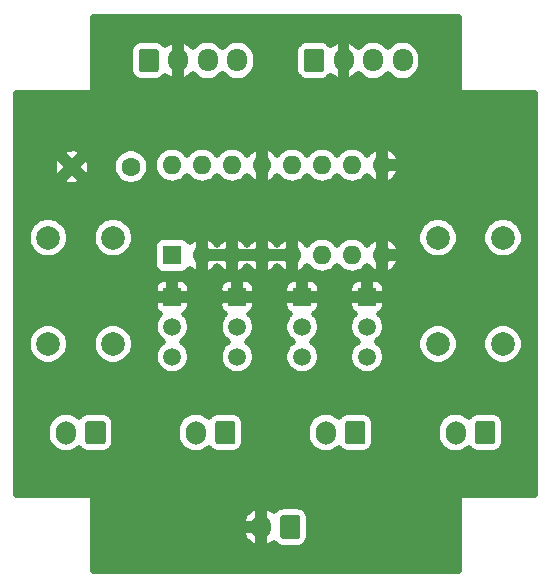
<source format=gbr>
G04 #@! TF.GenerationSoftware,KiCad,Pcbnew,(5.1.4)-1*
G04 #@! TF.CreationDate,2020-08-17T12:13:24+03:00*
G04 #@! TF.ProjectId,4_switch_array,345f7377-6974-4636-985f-61727261792e,rev?*
G04 #@! TF.SameCoordinates,Original*
G04 #@! TF.FileFunction,Copper,L2,Bot*
G04 #@! TF.FilePolarity,Positive*
%FSLAX46Y46*%
G04 Gerber Fmt 4.6, Leading zero omitted, Abs format (unit mm)*
G04 Created by KiCad (PCBNEW (5.1.4)-1) date 2020-08-17 12:13:24*
%MOMM*%
%LPD*%
G04 APERTURE LIST*
%ADD10O,1.600000X1.600000*%
%ADD11R,1.600000X1.600000*%
%ADD12C,0.100000*%
%ADD13C,1.700000*%
%ADD14O,1.700000X2.000000*%
%ADD15C,1.600000*%
%ADD16C,2.000000*%
%ADD17C,1.500000*%
%ADD18R,1.500000X1.500000*%
%ADD19O,1.700000X1.950000*%
%ADD20C,0.500000*%
G04 APERTURE END LIST*
D10*
X138000000Y-46880000D03*
X155780000Y-54500000D03*
X140540000Y-46880000D03*
X153240000Y-54500000D03*
X143080000Y-46880000D03*
X150700000Y-54500000D03*
X145620000Y-46880000D03*
X148160000Y-54500000D03*
X148160000Y-46880000D03*
X145620000Y-54500000D03*
X150700000Y-46880000D03*
X143080000Y-54500000D03*
X153240000Y-46880000D03*
X140540000Y-54500000D03*
X155780000Y-46880000D03*
D11*
X138000000Y-54500000D03*
D12*
G36*
X165124504Y-68501204D02*
G01*
X165148773Y-68504804D01*
X165172571Y-68510765D01*
X165195671Y-68519030D01*
X165217849Y-68529520D01*
X165238893Y-68542133D01*
X165258598Y-68556747D01*
X165276777Y-68573223D01*
X165293253Y-68591402D01*
X165307867Y-68611107D01*
X165320480Y-68632151D01*
X165330970Y-68654329D01*
X165339235Y-68677429D01*
X165345196Y-68701227D01*
X165348796Y-68725496D01*
X165350000Y-68750000D01*
X165350000Y-70250000D01*
X165348796Y-70274504D01*
X165345196Y-70298773D01*
X165339235Y-70322571D01*
X165330970Y-70345671D01*
X165320480Y-70367849D01*
X165307867Y-70388893D01*
X165293253Y-70408598D01*
X165276777Y-70426777D01*
X165258598Y-70443253D01*
X165238893Y-70457867D01*
X165217849Y-70470480D01*
X165195671Y-70480970D01*
X165172571Y-70489235D01*
X165148773Y-70495196D01*
X165124504Y-70498796D01*
X165100000Y-70500000D01*
X163900000Y-70500000D01*
X163875496Y-70498796D01*
X163851227Y-70495196D01*
X163827429Y-70489235D01*
X163804329Y-70480970D01*
X163782151Y-70470480D01*
X163761107Y-70457867D01*
X163741402Y-70443253D01*
X163723223Y-70426777D01*
X163706747Y-70408598D01*
X163692133Y-70388893D01*
X163679520Y-70367849D01*
X163669030Y-70345671D01*
X163660765Y-70322571D01*
X163654804Y-70298773D01*
X163651204Y-70274504D01*
X163650000Y-70250000D01*
X163650000Y-68750000D01*
X163651204Y-68725496D01*
X163654804Y-68701227D01*
X163660765Y-68677429D01*
X163669030Y-68654329D01*
X163679520Y-68632151D01*
X163692133Y-68611107D01*
X163706747Y-68591402D01*
X163723223Y-68573223D01*
X163741402Y-68556747D01*
X163761107Y-68542133D01*
X163782151Y-68529520D01*
X163804329Y-68519030D01*
X163827429Y-68510765D01*
X163851227Y-68504804D01*
X163875496Y-68501204D01*
X163900000Y-68500000D01*
X165100000Y-68500000D01*
X165124504Y-68501204D01*
X165124504Y-68501204D01*
G37*
D13*
X164500000Y-69500000D03*
D14*
X162000000Y-69500000D03*
D15*
X129500000Y-47000000D03*
X134500000Y-47000000D03*
D16*
X127500000Y-53000000D03*
X127500000Y-62000000D03*
X160500000Y-53000000D03*
X160500000Y-62000000D03*
X133000000Y-53000000D03*
X133000000Y-62000000D03*
X166000000Y-53000000D03*
X166000000Y-62000000D03*
D17*
X143500000Y-60540000D03*
X143500000Y-63080000D03*
D18*
X143500000Y-58000000D03*
D17*
X154500000Y-60540000D03*
X154500000Y-63080000D03*
D18*
X154500000Y-58000000D03*
D17*
X138000000Y-60540000D03*
X138000000Y-63080000D03*
D18*
X138000000Y-58000000D03*
D17*
X149000000Y-60540000D03*
X149000000Y-63080000D03*
D18*
X149000000Y-58000000D03*
D14*
X145500000Y-77500000D03*
D12*
G36*
X148624504Y-76501204D02*
G01*
X148648773Y-76504804D01*
X148672571Y-76510765D01*
X148695671Y-76519030D01*
X148717849Y-76529520D01*
X148738893Y-76542133D01*
X148758598Y-76556747D01*
X148776777Y-76573223D01*
X148793253Y-76591402D01*
X148807867Y-76611107D01*
X148820480Y-76632151D01*
X148830970Y-76654329D01*
X148839235Y-76677429D01*
X148845196Y-76701227D01*
X148848796Y-76725496D01*
X148850000Y-76750000D01*
X148850000Y-78250000D01*
X148848796Y-78274504D01*
X148845196Y-78298773D01*
X148839235Y-78322571D01*
X148830970Y-78345671D01*
X148820480Y-78367849D01*
X148807867Y-78388893D01*
X148793253Y-78408598D01*
X148776777Y-78426777D01*
X148758598Y-78443253D01*
X148738893Y-78457867D01*
X148717849Y-78470480D01*
X148695671Y-78480970D01*
X148672571Y-78489235D01*
X148648773Y-78495196D01*
X148624504Y-78498796D01*
X148600000Y-78500000D01*
X147400000Y-78500000D01*
X147375496Y-78498796D01*
X147351227Y-78495196D01*
X147327429Y-78489235D01*
X147304329Y-78480970D01*
X147282151Y-78470480D01*
X147261107Y-78457867D01*
X147241402Y-78443253D01*
X147223223Y-78426777D01*
X147206747Y-78408598D01*
X147192133Y-78388893D01*
X147179520Y-78367849D01*
X147169030Y-78345671D01*
X147160765Y-78322571D01*
X147154804Y-78298773D01*
X147151204Y-78274504D01*
X147150000Y-78250000D01*
X147150000Y-76750000D01*
X147151204Y-76725496D01*
X147154804Y-76701227D01*
X147160765Y-76677429D01*
X147169030Y-76654329D01*
X147179520Y-76632151D01*
X147192133Y-76611107D01*
X147206747Y-76591402D01*
X147223223Y-76573223D01*
X147241402Y-76556747D01*
X147261107Y-76542133D01*
X147282151Y-76529520D01*
X147304329Y-76519030D01*
X147327429Y-76510765D01*
X147351227Y-76504804D01*
X147375496Y-76501204D01*
X147400000Y-76500000D01*
X148600000Y-76500000D01*
X148624504Y-76501204D01*
X148624504Y-76501204D01*
G37*
D13*
X148000000Y-77500000D03*
D12*
G36*
X143124504Y-68501204D02*
G01*
X143148773Y-68504804D01*
X143172571Y-68510765D01*
X143195671Y-68519030D01*
X143217849Y-68529520D01*
X143238893Y-68542133D01*
X143258598Y-68556747D01*
X143276777Y-68573223D01*
X143293253Y-68591402D01*
X143307867Y-68611107D01*
X143320480Y-68632151D01*
X143330970Y-68654329D01*
X143339235Y-68677429D01*
X143345196Y-68701227D01*
X143348796Y-68725496D01*
X143350000Y-68750000D01*
X143350000Y-70250000D01*
X143348796Y-70274504D01*
X143345196Y-70298773D01*
X143339235Y-70322571D01*
X143330970Y-70345671D01*
X143320480Y-70367849D01*
X143307867Y-70388893D01*
X143293253Y-70408598D01*
X143276777Y-70426777D01*
X143258598Y-70443253D01*
X143238893Y-70457867D01*
X143217849Y-70470480D01*
X143195671Y-70480970D01*
X143172571Y-70489235D01*
X143148773Y-70495196D01*
X143124504Y-70498796D01*
X143100000Y-70500000D01*
X141900000Y-70500000D01*
X141875496Y-70498796D01*
X141851227Y-70495196D01*
X141827429Y-70489235D01*
X141804329Y-70480970D01*
X141782151Y-70470480D01*
X141761107Y-70457867D01*
X141741402Y-70443253D01*
X141723223Y-70426777D01*
X141706747Y-70408598D01*
X141692133Y-70388893D01*
X141679520Y-70367849D01*
X141669030Y-70345671D01*
X141660765Y-70322571D01*
X141654804Y-70298773D01*
X141651204Y-70274504D01*
X141650000Y-70250000D01*
X141650000Y-68750000D01*
X141651204Y-68725496D01*
X141654804Y-68701227D01*
X141660765Y-68677429D01*
X141669030Y-68654329D01*
X141679520Y-68632151D01*
X141692133Y-68611107D01*
X141706747Y-68591402D01*
X141723223Y-68573223D01*
X141741402Y-68556747D01*
X141761107Y-68542133D01*
X141782151Y-68529520D01*
X141804329Y-68519030D01*
X141827429Y-68510765D01*
X141851227Y-68504804D01*
X141875496Y-68501204D01*
X141900000Y-68500000D01*
X143100000Y-68500000D01*
X143124504Y-68501204D01*
X143124504Y-68501204D01*
G37*
D13*
X142500000Y-69500000D03*
D14*
X140000000Y-69500000D03*
D12*
G36*
X154124504Y-68501204D02*
G01*
X154148773Y-68504804D01*
X154172571Y-68510765D01*
X154195671Y-68519030D01*
X154217849Y-68529520D01*
X154238893Y-68542133D01*
X154258598Y-68556747D01*
X154276777Y-68573223D01*
X154293253Y-68591402D01*
X154307867Y-68611107D01*
X154320480Y-68632151D01*
X154330970Y-68654329D01*
X154339235Y-68677429D01*
X154345196Y-68701227D01*
X154348796Y-68725496D01*
X154350000Y-68750000D01*
X154350000Y-70250000D01*
X154348796Y-70274504D01*
X154345196Y-70298773D01*
X154339235Y-70322571D01*
X154330970Y-70345671D01*
X154320480Y-70367849D01*
X154307867Y-70388893D01*
X154293253Y-70408598D01*
X154276777Y-70426777D01*
X154258598Y-70443253D01*
X154238893Y-70457867D01*
X154217849Y-70470480D01*
X154195671Y-70480970D01*
X154172571Y-70489235D01*
X154148773Y-70495196D01*
X154124504Y-70498796D01*
X154100000Y-70500000D01*
X152900000Y-70500000D01*
X152875496Y-70498796D01*
X152851227Y-70495196D01*
X152827429Y-70489235D01*
X152804329Y-70480970D01*
X152782151Y-70470480D01*
X152761107Y-70457867D01*
X152741402Y-70443253D01*
X152723223Y-70426777D01*
X152706747Y-70408598D01*
X152692133Y-70388893D01*
X152679520Y-70367849D01*
X152669030Y-70345671D01*
X152660765Y-70322571D01*
X152654804Y-70298773D01*
X152651204Y-70274504D01*
X152650000Y-70250000D01*
X152650000Y-68750000D01*
X152651204Y-68725496D01*
X152654804Y-68701227D01*
X152660765Y-68677429D01*
X152669030Y-68654329D01*
X152679520Y-68632151D01*
X152692133Y-68611107D01*
X152706747Y-68591402D01*
X152723223Y-68573223D01*
X152741402Y-68556747D01*
X152761107Y-68542133D01*
X152782151Y-68529520D01*
X152804329Y-68519030D01*
X152827429Y-68510765D01*
X152851227Y-68504804D01*
X152875496Y-68501204D01*
X152900000Y-68500000D01*
X154100000Y-68500000D01*
X154124504Y-68501204D01*
X154124504Y-68501204D01*
G37*
D13*
X153500000Y-69500000D03*
D14*
X151000000Y-69500000D03*
D12*
G36*
X132124504Y-68501204D02*
G01*
X132148773Y-68504804D01*
X132172571Y-68510765D01*
X132195671Y-68519030D01*
X132217849Y-68529520D01*
X132238893Y-68542133D01*
X132258598Y-68556747D01*
X132276777Y-68573223D01*
X132293253Y-68591402D01*
X132307867Y-68611107D01*
X132320480Y-68632151D01*
X132330970Y-68654329D01*
X132339235Y-68677429D01*
X132345196Y-68701227D01*
X132348796Y-68725496D01*
X132350000Y-68750000D01*
X132350000Y-70250000D01*
X132348796Y-70274504D01*
X132345196Y-70298773D01*
X132339235Y-70322571D01*
X132330970Y-70345671D01*
X132320480Y-70367849D01*
X132307867Y-70388893D01*
X132293253Y-70408598D01*
X132276777Y-70426777D01*
X132258598Y-70443253D01*
X132238893Y-70457867D01*
X132217849Y-70470480D01*
X132195671Y-70480970D01*
X132172571Y-70489235D01*
X132148773Y-70495196D01*
X132124504Y-70498796D01*
X132100000Y-70500000D01*
X130900000Y-70500000D01*
X130875496Y-70498796D01*
X130851227Y-70495196D01*
X130827429Y-70489235D01*
X130804329Y-70480970D01*
X130782151Y-70470480D01*
X130761107Y-70457867D01*
X130741402Y-70443253D01*
X130723223Y-70426777D01*
X130706747Y-70408598D01*
X130692133Y-70388893D01*
X130679520Y-70367849D01*
X130669030Y-70345671D01*
X130660765Y-70322571D01*
X130654804Y-70298773D01*
X130651204Y-70274504D01*
X130650000Y-70250000D01*
X130650000Y-68750000D01*
X130651204Y-68725496D01*
X130654804Y-68701227D01*
X130660765Y-68677429D01*
X130669030Y-68654329D01*
X130679520Y-68632151D01*
X130692133Y-68611107D01*
X130706747Y-68591402D01*
X130723223Y-68573223D01*
X130741402Y-68556747D01*
X130761107Y-68542133D01*
X130782151Y-68529520D01*
X130804329Y-68519030D01*
X130827429Y-68510765D01*
X130851227Y-68504804D01*
X130875496Y-68501204D01*
X130900000Y-68500000D01*
X132100000Y-68500000D01*
X132124504Y-68501204D01*
X132124504Y-68501204D01*
G37*
D13*
X131500000Y-69500000D03*
D14*
X129000000Y-69500000D03*
D19*
X157500000Y-38000000D03*
X155000000Y-38000000D03*
X152500000Y-38000000D03*
D12*
G36*
X150624504Y-37026204D02*
G01*
X150648773Y-37029804D01*
X150672571Y-37035765D01*
X150695671Y-37044030D01*
X150717849Y-37054520D01*
X150738893Y-37067133D01*
X150758598Y-37081747D01*
X150776777Y-37098223D01*
X150793253Y-37116402D01*
X150807867Y-37136107D01*
X150820480Y-37157151D01*
X150830970Y-37179329D01*
X150839235Y-37202429D01*
X150845196Y-37226227D01*
X150848796Y-37250496D01*
X150850000Y-37275000D01*
X150850000Y-38725000D01*
X150848796Y-38749504D01*
X150845196Y-38773773D01*
X150839235Y-38797571D01*
X150830970Y-38820671D01*
X150820480Y-38842849D01*
X150807867Y-38863893D01*
X150793253Y-38883598D01*
X150776777Y-38901777D01*
X150758598Y-38918253D01*
X150738893Y-38932867D01*
X150717849Y-38945480D01*
X150695671Y-38955970D01*
X150672571Y-38964235D01*
X150648773Y-38970196D01*
X150624504Y-38973796D01*
X150600000Y-38975000D01*
X149400000Y-38975000D01*
X149375496Y-38973796D01*
X149351227Y-38970196D01*
X149327429Y-38964235D01*
X149304329Y-38955970D01*
X149282151Y-38945480D01*
X149261107Y-38932867D01*
X149241402Y-38918253D01*
X149223223Y-38901777D01*
X149206747Y-38883598D01*
X149192133Y-38863893D01*
X149179520Y-38842849D01*
X149169030Y-38820671D01*
X149160765Y-38797571D01*
X149154804Y-38773773D01*
X149151204Y-38749504D01*
X149150000Y-38725000D01*
X149150000Y-37275000D01*
X149151204Y-37250496D01*
X149154804Y-37226227D01*
X149160765Y-37202429D01*
X149169030Y-37179329D01*
X149179520Y-37157151D01*
X149192133Y-37136107D01*
X149206747Y-37116402D01*
X149223223Y-37098223D01*
X149241402Y-37081747D01*
X149261107Y-37067133D01*
X149282151Y-37054520D01*
X149304329Y-37044030D01*
X149327429Y-37035765D01*
X149351227Y-37029804D01*
X149375496Y-37026204D01*
X149400000Y-37025000D01*
X150600000Y-37025000D01*
X150624504Y-37026204D01*
X150624504Y-37026204D01*
G37*
D13*
X150000000Y-38000000D03*
D19*
X143500000Y-38000000D03*
X141000000Y-38000000D03*
X138500000Y-38000000D03*
D12*
G36*
X136624504Y-37026204D02*
G01*
X136648773Y-37029804D01*
X136672571Y-37035765D01*
X136695671Y-37044030D01*
X136717849Y-37054520D01*
X136738893Y-37067133D01*
X136758598Y-37081747D01*
X136776777Y-37098223D01*
X136793253Y-37116402D01*
X136807867Y-37136107D01*
X136820480Y-37157151D01*
X136830970Y-37179329D01*
X136839235Y-37202429D01*
X136845196Y-37226227D01*
X136848796Y-37250496D01*
X136850000Y-37275000D01*
X136850000Y-38725000D01*
X136848796Y-38749504D01*
X136845196Y-38773773D01*
X136839235Y-38797571D01*
X136830970Y-38820671D01*
X136820480Y-38842849D01*
X136807867Y-38863893D01*
X136793253Y-38883598D01*
X136776777Y-38901777D01*
X136758598Y-38918253D01*
X136738893Y-38932867D01*
X136717849Y-38945480D01*
X136695671Y-38955970D01*
X136672571Y-38964235D01*
X136648773Y-38970196D01*
X136624504Y-38973796D01*
X136600000Y-38975000D01*
X135400000Y-38975000D01*
X135375496Y-38973796D01*
X135351227Y-38970196D01*
X135327429Y-38964235D01*
X135304329Y-38955970D01*
X135282151Y-38945480D01*
X135261107Y-38932867D01*
X135241402Y-38918253D01*
X135223223Y-38901777D01*
X135206747Y-38883598D01*
X135192133Y-38863893D01*
X135179520Y-38842849D01*
X135169030Y-38820671D01*
X135160765Y-38797571D01*
X135154804Y-38773773D01*
X135151204Y-38749504D01*
X135150000Y-38725000D01*
X135150000Y-37275000D01*
X135151204Y-37250496D01*
X135154804Y-37226227D01*
X135160765Y-37202429D01*
X135169030Y-37179329D01*
X135179520Y-37157151D01*
X135192133Y-37136107D01*
X135206747Y-37116402D01*
X135223223Y-37098223D01*
X135241402Y-37081747D01*
X135261107Y-37067133D01*
X135282151Y-37054520D01*
X135304329Y-37044030D01*
X135327429Y-37035765D01*
X135351227Y-37029804D01*
X135375496Y-37026204D01*
X135400000Y-37025000D01*
X136600000Y-37025000D01*
X136624504Y-37026204D01*
X136624504Y-37026204D01*
G37*
D13*
X136000000Y-38000000D03*
D20*
G36*
X162250000Y-40500000D02*
G01*
X162254804Y-40548773D01*
X162269030Y-40595671D01*
X162292133Y-40638893D01*
X162323223Y-40676777D01*
X162361107Y-40707867D01*
X162404329Y-40730970D01*
X162451227Y-40745196D01*
X162500000Y-40750000D01*
X168725000Y-40750000D01*
X168725001Y-74750000D01*
X162500000Y-74750000D01*
X162451227Y-74754804D01*
X162404329Y-74769030D01*
X162361107Y-74792133D01*
X162323223Y-74823223D01*
X162292133Y-74861107D01*
X162269030Y-74904329D01*
X162254804Y-74951227D01*
X162250000Y-75000000D01*
X162250000Y-81225000D01*
X131250000Y-81225000D01*
X131250000Y-77997839D01*
X143943074Y-77997839D01*
X144040850Y-78294897D01*
X144194700Y-78567172D01*
X144398712Y-78804200D01*
X144645046Y-78996873D01*
X144924236Y-79137786D01*
X145005857Y-79171783D01*
X145250000Y-79040200D01*
X145250000Y-77750000D01*
X144095328Y-77750000D01*
X143943074Y-77997839D01*
X131250000Y-77997839D01*
X131250000Y-77002161D01*
X143943074Y-77002161D01*
X144095328Y-77250000D01*
X145250000Y-77250000D01*
X145250000Y-75959800D01*
X145750000Y-75959800D01*
X145750000Y-77250000D01*
X145770000Y-77250000D01*
X145770000Y-77750000D01*
X145750000Y-77750000D01*
X145750000Y-79040200D01*
X145994143Y-79171783D01*
X146075764Y-79137786D01*
X146354954Y-78996873D01*
X146577807Y-78822566D01*
X146690328Y-78959672D01*
X146842414Y-79084486D01*
X147015928Y-79177231D01*
X147204202Y-79234344D01*
X147400000Y-79253628D01*
X148600000Y-79253628D01*
X148795798Y-79234344D01*
X148984072Y-79177231D01*
X149157586Y-79084486D01*
X149309672Y-78959672D01*
X149434486Y-78807586D01*
X149527231Y-78634072D01*
X149584344Y-78445798D01*
X149603628Y-78250000D01*
X149603628Y-76750000D01*
X149584344Y-76554202D01*
X149527231Y-76365928D01*
X149434486Y-76192414D01*
X149309672Y-76040328D01*
X149157586Y-75915514D01*
X148984072Y-75822769D01*
X148795798Y-75765656D01*
X148600000Y-75746372D01*
X147400000Y-75746372D01*
X147204202Y-75765656D01*
X147015928Y-75822769D01*
X146842414Y-75915514D01*
X146690328Y-76040328D01*
X146577807Y-76177434D01*
X146354954Y-76003127D01*
X146075764Y-75862214D01*
X145994143Y-75828217D01*
X145750000Y-75959800D01*
X145250000Y-75959800D01*
X145005857Y-75828217D01*
X144924236Y-75862214D01*
X144645046Y-76003127D01*
X144398712Y-76195800D01*
X144194700Y-76432828D01*
X144040850Y-76705103D01*
X143943074Y-77002161D01*
X131250000Y-77002161D01*
X131250000Y-75000000D01*
X131245196Y-74951227D01*
X131230970Y-74904329D01*
X131207867Y-74861107D01*
X131176777Y-74823223D01*
X131138893Y-74792133D01*
X131095671Y-74769030D01*
X131048773Y-74754804D01*
X131000000Y-74750000D01*
X124775000Y-74750000D01*
X124775000Y-69271403D01*
X127400000Y-69271403D01*
X127400000Y-69728596D01*
X127423151Y-69963654D01*
X127514641Y-70265255D01*
X127663212Y-70543212D01*
X127863155Y-70786845D01*
X128106787Y-70986788D01*
X128384744Y-71135359D01*
X128686345Y-71226849D01*
X129000000Y-71257741D01*
X129313654Y-71226849D01*
X129615255Y-71135359D01*
X129893212Y-70986788D01*
X130084050Y-70830172D01*
X130190328Y-70959672D01*
X130342414Y-71084486D01*
X130515928Y-71177231D01*
X130704202Y-71234344D01*
X130900000Y-71253628D01*
X132100000Y-71253628D01*
X132295798Y-71234344D01*
X132484072Y-71177231D01*
X132657586Y-71084486D01*
X132809672Y-70959672D01*
X132934486Y-70807586D01*
X133027231Y-70634072D01*
X133084344Y-70445798D01*
X133103628Y-70250000D01*
X133103628Y-69271403D01*
X138400000Y-69271403D01*
X138400000Y-69728596D01*
X138423151Y-69963654D01*
X138514641Y-70265255D01*
X138663212Y-70543212D01*
X138863155Y-70786845D01*
X139106787Y-70986788D01*
X139384744Y-71135359D01*
X139686345Y-71226849D01*
X140000000Y-71257741D01*
X140313654Y-71226849D01*
X140615255Y-71135359D01*
X140893212Y-70986788D01*
X141084050Y-70830172D01*
X141190328Y-70959672D01*
X141342414Y-71084486D01*
X141515928Y-71177231D01*
X141704202Y-71234344D01*
X141900000Y-71253628D01*
X143100000Y-71253628D01*
X143295798Y-71234344D01*
X143484072Y-71177231D01*
X143657586Y-71084486D01*
X143809672Y-70959672D01*
X143934486Y-70807586D01*
X144027231Y-70634072D01*
X144084344Y-70445798D01*
X144103628Y-70250000D01*
X144103628Y-69271403D01*
X149400000Y-69271403D01*
X149400000Y-69728596D01*
X149423151Y-69963654D01*
X149514641Y-70265255D01*
X149663212Y-70543212D01*
X149863155Y-70786845D01*
X150106787Y-70986788D01*
X150384744Y-71135359D01*
X150686345Y-71226849D01*
X151000000Y-71257741D01*
X151313654Y-71226849D01*
X151615255Y-71135359D01*
X151893212Y-70986788D01*
X152084050Y-70830172D01*
X152190328Y-70959672D01*
X152342414Y-71084486D01*
X152515928Y-71177231D01*
X152704202Y-71234344D01*
X152900000Y-71253628D01*
X154100000Y-71253628D01*
X154295798Y-71234344D01*
X154484072Y-71177231D01*
X154657586Y-71084486D01*
X154809672Y-70959672D01*
X154934486Y-70807586D01*
X155027231Y-70634072D01*
X155084344Y-70445798D01*
X155103628Y-70250000D01*
X155103628Y-69271403D01*
X160400000Y-69271403D01*
X160400000Y-69728596D01*
X160423151Y-69963654D01*
X160514641Y-70265255D01*
X160663212Y-70543212D01*
X160863155Y-70786845D01*
X161106787Y-70986788D01*
X161384744Y-71135359D01*
X161686345Y-71226849D01*
X162000000Y-71257741D01*
X162313654Y-71226849D01*
X162615255Y-71135359D01*
X162893212Y-70986788D01*
X163084050Y-70830172D01*
X163190328Y-70959672D01*
X163342414Y-71084486D01*
X163515928Y-71177231D01*
X163704202Y-71234344D01*
X163900000Y-71253628D01*
X165100000Y-71253628D01*
X165295798Y-71234344D01*
X165484072Y-71177231D01*
X165657586Y-71084486D01*
X165809672Y-70959672D01*
X165934486Y-70807586D01*
X166027231Y-70634072D01*
X166084344Y-70445798D01*
X166103628Y-70250000D01*
X166103628Y-68750000D01*
X166084344Y-68554202D01*
X166027231Y-68365928D01*
X165934486Y-68192414D01*
X165809672Y-68040328D01*
X165657586Y-67915514D01*
X165484072Y-67822769D01*
X165295798Y-67765656D01*
X165100000Y-67746372D01*
X163900000Y-67746372D01*
X163704202Y-67765656D01*
X163515928Y-67822769D01*
X163342414Y-67915514D01*
X163190328Y-68040328D01*
X163084050Y-68169828D01*
X162893213Y-68013212D01*
X162615256Y-67864641D01*
X162313655Y-67773151D01*
X162000000Y-67742259D01*
X161686346Y-67773151D01*
X161384745Y-67864641D01*
X161106788Y-68013212D01*
X160863155Y-68213155D01*
X160663212Y-68456787D01*
X160514641Y-68734744D01*
X160423151Y-69036345D01*
X160400000Y-69271403D01*
X155103628Y-69271403D01*
X155103628Y-68750000D01*
X155084344Y-68554202D01*
X155027231Y-68365928D01*
X154934486Y-68192414D01*
X154809672Y-68040328D01*
X154657586Y-67915514D01*
X154484072Y-67822769D01*
X154295798Y-67765656D01*
X154100000Y-67746372D01*
X152900000Y-67746372D01*
X152704202Y-67765656D01*
X152515928Y-67822769D01*
X152342414Y-67915514D01*
X152190328Y-68040328D01*
X152084050Y-68169828D01*
X151893213Y-68013212D01*
X151615256Y-67864641D01*
X151313655Y-67773151D01*
X151000000Y-67742259D01*
X150686346Y-67773151D01*
X150384745Y-67864641D01*
X150106788Y-68013212D01*
X149863155Y-68213155D01*
X149663212Y-68456787D01*
X149514641Y-68734744D01*
X149423151Y-69036345D01*
X149400000Y-69271403D01*
X144103628Y-69271403D01*
X144103628Y-68750000D01*
X144084344Y-68554202D01*
X144027231Y-68365928D01*
X143934486Y-68192414D01*
X143809672Y-68040328D01*
X143657586Y-67915514D01*
X143484072Y-67822769D01*
X143295798Y-67765656D01*
X143100000Y-67746372D01*
X141900000Y-67746372D01*
X141704202Y-67765656D01*
X141515928Y-67822769D01*
X141342414Y-67915514D01*
X141190328Y-68040328D01*
X141084050Y-68169828D01*
X140893213Y-68013212D01*
X140615256Y-67864641D01*
X140313655Y-67773151D01*
X140000000Y-67742259D01*
X139686346Y-67773151D01*
X139384745Y-67864641D01*
X139106788Y-68013212D01*
X138863155Y-68213155D01*
X138663212Y-68456787D01*
X138514641Y-68734744D01*
X138423151Y-69036345D01*
X138400000Y-69271403D01*
X133103628Y-69271403D01*
X133103628Y-68750000D01*
X133084344Y-68554202D01*
X133027231Y-68365928D01*
X132934486Y-68192414D01*
X132809672Y-68040328D01*
X132657586Y-67915514D01*
X132484072Y-67822769D01*
X132295798Y-67765656D01*
X132100000Y-67746372D01*
X130900000Y-67746372D01*
X130704202Y-67765656D01*
X130515928Y-67822769D01*
X130342414Y-67915514D01*
X130190328Y-68040328D01*
X130084050Y-68169828D01*
X129893213Y-68013212D01*
X129615256Y-67864641D01*
X129313655Y-67773151D01*
X129000000Y-67742259D01*
X128686346Y-67773151D01*
X128384745Y-67864641D01*
X128106788Y-68013212D01*
X127863155Y-68213155D01*
X127663212Y-68456787D01*
X127514641Y-68734744D01*
X127423151Y-69036345D01*
X127400000Y-69271403D01*
X124775000Y-69271403D01*
X124775000Y-61827640D01*
X125750000Y-61827640D01*
X125750000Y-62172360D01*
X125817251Y-62510456D01*
X125949170Y-62828936D01*
X126140686Y-63115560D01*
X126384440Y-63359314D01*
X126671064Y-63550830D01*
X126989544Y-63682749D01*
X127327640Y-63750000D01*
X127672360Y-63750000D01*
X128010456Y-63682749D01*
X128328936Y-63550830D01*
X128615560Y-63359314D01*
X128859314Y-63115560D01*
X129050830Y-62828936D01*
X129182749Y-62510456D01*
X129250000Y-62172360D01*
X129250000Y-61827640D01*
X131250000Y-61827640D01*
X131250000Y-62172360D01*
X131317251Y-62510456D01*
X131449170Y-62828936D01*
X131640686Y-63115560D01*
X131884440Y-63359314D01*
X132171064Y-63550830D01*
X132489544Y-63682749D01*
X132827640Y-63750000D01*
X133172360Y-63750000D01*
X133510456Y-63682749D01*
X133828936Y-63550830D01*
X134115560Y-63359314D01*
X134359314Y-63115560D01*
X134550830Y-62828936D01*
X134682749Y-62510456D01*
X134750000Y-62172360D01*
X134750000Y-61827640D01*
X134682749Y-61489544D01*
X134550830Y-61171064D01*
X134359314Y-60884440D01*
X134115560Y-60640686D01*
X133828936Y-60449170D01*
X133510456Y-60317251D01*
X133172360Y-60250000D01*
X132827640Y-60250000D01*
X132489544Y-60317251D01*
X132171064Y-60449170D01*
X131884440Y-60640686D01*
X131640686Y-60884440D01*
X131449170Y-61171064D01*
X131317251Y-61489544D01*
X131250000Y-61827640D01*
X129250000Y-61827640D01*
X129182749Y-61489544D01*
X129050830Y-61171064D01*
X128859314Y-60884440D01*
X128615560Y-60640686D01*
X128328936Y-60449170D01*
X128010456Y-60317251D01*
X127672360Y-60250000D01*
X127327640Y-60250000D01*
X126989544Y-60317251D01*
X126671064Y-60449170D01*
X126384440Y-60640686D01*
X126140686Y-60884440D01*
X125949170Y-61171064D01*
X125817251Y-61489544D01*
X125750000Y-61827640D01*
X124775000Y-61827640D01*
X124775000Y-58750000D01*
X136496371Y-58750000D01*
X136510852Y-58897026D01*
X136553738Y-59038401D01*
X136623380Y-59168694D01*
X136717104Y-59282896D01*
X136831306Y-59376620D01*
X136961599Y-59446262D01*
X136969900Y-59448780D01*
X136834874Y-59583806D01*
X136670717Y-59829483D01*
X136557644Y-60102466D01*
X136500000Y-60392263D01*
X136500000Y-60687737D01*
X136557644Y-60977534D01*
X136670717Y-61250517D01*
X136834874Y-61496194D01*
X137043806Y-61705126D01*
X137200760Y-61810000D01*
X137043806Y-61914874D01*
X136834874Y-62123806D01*
X136670717Y-62369483D01*
X136557644Y-62642466D01*
X136500000Y-62932263D01*
X136500000Y-63227737D01*
X136557644Y-63517534D01*
X136670717Y-63790517D01*
X136834874Y-64036194D01*
X137043806Y-64245126D01*
X137289483Y-64409283D01*
X137562466Y-64522356D01*
X137852263Y-64580000D01*
X138147737Y-64580000D01*
X138437534Y-64522356D01*
X138710517Y-64409283D01*
X138956194Y-64245126D01*
X139165126Y-64036194D01*
X139329283Y-63790517D01*
X139442356Y-63517534D01*
X139500000Y-63227737D01*
X139500000Y-62932263D01*
X139442356Y-62642466D01*
X139329283Y-62369483D01*
X139165126Y-62123806D01*
X138956194Y-61914874D01*
X138799240Y-61810000D01*
X138956194Y-61705126D01*
X139165126Y-61496194D01*
X139329283Y-61250517D01*
X139442356Y-60977534D01*
X139500000Y-60687737D01*
X139500000Y-60392263D01*
X139442356Y-60102466D01*
X139329283Y-59829483D01*
X139165126Y-59583806D01*
X139030100Y-59448780D01*
X139038401Y-59446262D01*
X139168694Y-59376620D01*
X139282896Y-59282896D01*
X139376620Y-59168694D01*
X139446262Y-59038401D01*
X139489148Y-58897026D01*
X139503629Y-58750000D01*
X141996371Y-58750000D01*
X142010852Y-58897026D01*
X142053738Y-59038401D01*
X142123380Y-59168694D01*
X142217104Y-59282896D01*
X142331306Y-59376620D01*
X142461599Y-59446262D01*
X142469900Y-59448780D01*
X142334874Y-59583806D01*
X142170717Y-59829483D01*
X142057644Y-60102466D01*
X142000000Y-60392263D01*
X142000000Y-60687737D01*
X142057644Y-60977534D01*
X142170717Y-61250517D01*
X142334874Y-61496194D01*
X142543806Y-61705126D01*
X142700760Y-61810000D01*
X142543806Y-61914874D01*
X142334874Y-62123806D01*
X142170717Y-62369483D01*
X142057644Y-62642466D01*
X142000000Y-62932263D01*
X142000000Y-63227737D01*
X142057644Y-63517534D01*
X142170717Y-63790517D01*
X142334874Y-64036194D01*
X142543806Y-64245126D01*
X142789483Y-64409283D01*
X143062466Y-64522356D01*
X143352263Y-64580000D01*
X143647737Y-64580000D01*
X143937534Y-64522356D01*
X144210517Y-64409283D01*
X144456194Y-64245126D01*
X144665126Y-64036194D01*
X144829283Y-63790517D01*
X144942356Y-63517534D01*
X145000000Y-63227737D01*
X145000000Y-62932263D01*
X144942356Y-62642466D01*
X144829283Y-62369483D01*
X144665126Y-62123806D01*
X144456194Y-61914874D01*
X144299240Y-61810000D01*
X144456194Y-61705126D01*
X144665126Y-61496194D01*
X144829283Y-61250517D01*
X144942356Y-60977534D01*
X145000000Y-60687737D01*
X145000000Y-60392263D01*
X144942356Y-60102466D01*
X144829283Y-59829483D01*
X144665126Y-59583806D01*
X144530100Y-59448780D01*
X144538401Y-59446262D01*
X144668694Y-59376620D01*
X144782896Y-59282896D01*
X144876620Y-59168694D01*
X144946262Y-59038401D01*
X144989148Y-58897026D01*
X145003629Y-58750000D01*
X147496371Y-58750000D01*
X147510852Y-58897026D01*
X147553738Y-59038401D01*
X147623380Y-59168694D01*
X147717104Y-59282896D01*
X147831306Y-59376620D01*
X147961599Y-59446262D01*
X147969900Y-59448780D01*
X147834874Y-59583806D01*
X147670717Y-59829483D01*
X147557644Y-60102466D01*
X147500000Y-60392263D01*
X147500000Y-60687737D01*
X147557644Y-60977534D01*
X147670717Y-61250517D01*
X147834874Y-61496194D01*
X148043806Y-61705126D01*
X148200760Y-61810000D01*
X148043806Y-61914874D01*
X147834874Y-62123806D01*
X147670717Y-62369483D01*
X147557644Y-62642466D01*
X147500000Y-62932263D01*
X147500000Y-63227737D01*
X147557644Y-63517534D01*
X147670717Y-63790517D01*
X147834874Y-64036194D01*
X148043806Y-64245126D01*
X148289483Y-64409283D01*
X148562466Y-64522356D01*
X148852263Y-64580000D01*
X149147737Y-64580000D01*
X149437534Y-64522356D01*
X149710517Y-64409283D01*
X149956194Y-64245126D01*
X150165126Y-64036194D01*
X150329283Y-63790517D01*
X150442356Y-63517534D01*
X150500000Y-63227737D01*
X150500000Y-62932263D01*
X150442356Y-62642466D01*
X150329283Y-62369483D01*
X150165126Y-62123806D01*
X149956194Y-61914874D01*
X149799240Y-61810000D01*
X149956194Y-61705126D01*
X150165126Y-61496194D01*
X150329283Y-61250517D01*
X150442356Y-60977534D01*
X150500000Y-60687737D01*
X150500000Y-60392263D01*
X150442356Y-60102466D01*
X150329283Y-59829483D01*
X150165126Y-59583806D01*
X150030100Y-59448780D01*
X150038401Y-59446262D01*
X150168694Y-59376620D01*
X150282896Y-59282896D01*
X150376620Y-59168694D01*
X150446262Y-59038401D01*
X150489148Y-58897026D01*
X150503629Y-58750000D01*
X152996371Y-58750000D01*
X153010852Y-58897026D01*
X153053738Y-59038401D01*
X153123380Y-59168694D01*
X153217104Y-59282896D01*
X153331306Y-59376620D01*
X153461599Y-59446262D01*
X153469900Y-59448780D01*
X153334874Y-59583806D01*
X153170717Y-59829483D01*
X153057644Y-60102466D01*
X153000000Y-60392263D01*
X153000000Y-60687737D01*
X153057644Y-60977534D01*
X153170717Y-61250517D01*
X153334874Y-61496194D01*
X153543806Y-61705126D01*
X153700760Y-61810000D01*
X153543806Y-61914874D01*
X153334874Y-62123806D01*
X153170717Y-62369483D01*
X153057644Y-62642466D01*
X153000000Y-62932263D01*
X153000000Y-63227737D01*
X153057644Y-63517534D01*
X153170717Y-63790517D01*
X153334874Y-64036194D01*
X153543806Y-64245126D01*
X153789483Y-64409283D01*
X154062466Y-64522356D01*
X154352263Y-64580000D01*
X154647737Y-64580000D01*
X154937534Y-64522356D01*
X155210517Y-64409283D01*
X155456194Y-64245126D01*
X155665126Y-64036194D01*
X155829283Y-63790517D01*
X155942356Y-63517534D01*
X156000000Y-63227737D01*
X156000000Y-62932263D01*
X155942356Y-62642466D01*
X155829283Y-62369483D01*
X155665126Y-62123806D01*
X155456194Y-61914874D01*
X155325640Y-61827640D01*
X158750000Y-61827640D01*
X158750000Y-62172360D01*
X158817251Y-62510456D01*
X158949170Y-62828936D01*
X159140686Y-63115560D01*
X159384440Y-63359314D01*
X159671064Y-63550830D01*
X159989544Y-63682749D01*
X160327640Y-63750000D01*
X160672360Y-63750000D01*
X161010456Y-63682749D01*
X161328936Y-63550830D01*
X161615560Y-63359314D01*
X161859314Y-63115560D01*
X162050830Y-62828936D01*
X162182749Y-62510456D01*
X162250000Y-62172360D01*
X162250000Y-61827640D01*
X164250000Y-61827640D01*
X164250000Y-62172360D01*
X164317251Y-62510456D01*
X164449170Y-62828936D01*
X164640686Y-63115560D01*
X164884440Y-63359314D01*
X165171064Y-63550830D01*
X165489544Y-63682749D01*
X165827640Y-63750000D01*
X166172360Y-63750000D01*
X166510456Y-63682749D01*
X166828936Y-63550830D01*
X167115560Y-63359314D01*
X167359314Y-63115560D01*
X167550830Y-62828936D01*
X167682749Y-62510456D01*
X167750000Y-62172360D01*
X167750000Y-61827640D01*
X167682749Y-61489544D01*
X167550830Y-61171064D01*
X167359314Y-60884440D01*
X167115560Y-60640686D01*
X166828936Y-60449170D01*
X166510456Y-60317251D01*
X166172360Y-60250000D01*
X165827640Y-60250000D01*
X165489544Y-60317251D01*
X165171064Y-60449170D01*
X164884440Y-60640686D01*
X164640686Y-60884440D01*
X164449170Y-61171064D01*
X164317251Y-61489544D01*
X164250000Y-61827640D01*
X162250000Y-61827640D01*
X162182749Y-61489544D01*
X162050830Y-61171064D01*
X161859314Y-60884440D01*
X161615560Y-60640686D01*
X161328936Y-60449170D01*
X161010456Y-60317251D01*
X160672360Y-60250000D01*
X160327640Y-60250000D01*
X159989544Y-60317251D01*
X159671064Y-60449170D01*
X159384440Y-60640686D01*
X159140686Y-60884440D01*
X158949170Y-61171064D01*
X158817251Y-61489544D01*
X158750000Y-61827640D01*
X155325640Y-61827640D01*
X155299240Y-61810000D01*
X155456194Y-61705126D01*
X155665126Y-61496194D01*
X155829283Y-61250517D01*
X155942356Y-60977534D01*
X156000000Y-60687737D01*
X156000000Y-60392263D01*
X155942356Y-60102466D01*
X155829283Y-59829483D01*
X155665126Y-59583806D01*
X155530100Y-59448780D01*
X155538401Y-59446262D01*
X155668694Y-59376620D01*
X155782896Y-59282896D01*
X155876620Y-59168694D01*
X155946262Y-59038401D01*
X155989148Y-58897026D01*
X156003629Y-58750000D01*
X156000000Y-58437500D01*
X155812500Y-58250000D01*
X154750000Y-58250000D01*
X154750000Y-58270000D01*
X154250000Y-58270000D01*
X154250000Y-58250000D01*
X153187500Y-58250000D01*
X153000000Y-58437500D01*
X152996371Y-58750000D01*
X150503629Y-58750000D01*
X150500000Y-58437500D01*
X150312500Y-58250000D01*
X149250000Y-58250000D01*
X149250000Y-58270000D01*
X148750000Y-58270000D01*
X148750000Y-58250000D01*
X147687500Y-58250000D01*
X147500000Y-58437500D01*
X147496371Y-58750000D01*
X145003629Y-58750000D01*
X145000000Y-58437500D01*
X144812500Y-58250000D01*
X143750000Y-58250000D01*
X143750000Y-58270000D01*
X143250000Y-58270000D01*
X143250000Y-58250000D01*
X142187500Y-58250000D01*
X142000000Y-58437500D01*
X141996371Y-58750000D01*
X139503629Y-58750000D01*
X139500000Y-58437500D01*
X139312500Y-58250000D01*
X138250000Y-58250000D01*
X138250000Y-58270000D01*
X137750000Y-58270000D01*
X137750000Y-58250000D01*
X136687500Y-58250000D01*
X136500000Y-58437500D01*
X136496371Y-58750000D01*
X124775000Y-58750000D01*
X124775000Y-57250000D01*
X136496371Y-57250000D01*
X136500000Y-57562500D01*
X136687500Y-57750000D01*
X137750000Y-57750000D01*
X137750000Y-56687500D01*
X138250000Y-56687500D01*
X138250000Y-57750000D01*
X139312500Y-57750000D01*
X139500000Y-57562500D01*
X139503629Y-57250000D01*
X141996371Y-57250000D01*
X142000000Y-57562500D01*
X142187500Y-57750000D01*
X143250000Y-57750000D01*
X143250000Y-56687500D01*
X143750000Y-56687500D01*
X143750000Y-57750000D01*
X144812500Y-57750000D01*
X145000000Y-57562500D01*
X145003629Y-57250000D01*
X147496371Y-57250000D01*
X147500000Y-57562500D01*
X147687500Y-57750000D01*
X148750000Y-57750000D01*
X148750000Y-56687500D01*
X149250000Y-56687500D01*
X149250000Y-57750000D01*
X150312500Y-57750000D01*
X150500000Y-57562500D01*
X150503629Y-57250000D01*
X152996371Y-57250000D01*
X153000000Y-57562500D01*
X153187500Y-57750000D01*
X154250000Y-57750000D01*
X154250000Y-56687500D01*
X154750000Y-56687500D01*
X154750000Y-57750000D01*
X155812500Y-57750000D01*
X156000000Y-57562500D01*
X156003629Y-57250000D01*
X155989148Y-57102974D01*
X155946262Y-56961599D01*
X155876620Y-56831306D01*
X155782896Y-56717104D01*
X155668694Y-56623380D01*
X155538401Y-56553738D01*
X155397026Y-56510852D01*
X155250000Y-56496371D01*
X154937500Y-56500000D01*
X154750000Y-56687500D01*
X154250000Y-56687500D01*
X154062500Y-56500000D01*
X153750000Y-56496371D01*
X153602974Y-56510852D01*
X153461599Y-56553738D01*
X153331306Y-56623380D01*
X153217104Y-56717104D01*
X153123380Y-56831306D01*
X153053738Y-56961599D01*
X153010852Y-57102974D01*
X152996371Y-57250000D01*
X150503629Y-57250000D01*
X150489148Y-57102974D01*
X150446262Y-56961599D01*
X150376620Y-56831306D01*
X150282896Y-56717104D01*
X150168694Y-56623380D01*
X150038401Y-56553738D01*
X149897026Y-56510852D01*
X149750000Y-56496371D01*
X149437500Y-56500000D01*
X149250000Y-56687500D01*
X148750000Y-56687500D01*
X148562500Y-56500000D01*
X148250000Y-56496371D01*
X148102974Y-56510852D01*
X147961599Y-56553738D01*
X147831306Y-56623380D01*
X147717104Y-56717104D01*
X147623380Y-56831306D01*
X147553738Y-56961599D01*
X147510852Y-57102974D01*
X147496371Y-57250000D01*
X145003629Y-57250000D01*
X144989148Y-57102974D01*
X144946262Y-56961599D01*
X144876620Y-56831306D01*
X144782896Y-56717104D01*
X144668694Y-56623380D01*
X144538401Y-56553738D01*
X144397026Y-56510852D01*
X144250000Y-56496371D01*
X143937500Y-56500000D01*
X143750000Y-56687500D01*
X143250000Y-56687500D01*
X143062500Y-56500000D01*
X142750000Y-56496371D01*
X142602974Y-56510852D01*
X142461599Y-56553738D01*
X142331306Y-56623380D01*
X142217104Y-56717104D01*
X142123380Y-56831306D01*
X142053738Y-56961599D01*
X142010852Y-57102974D01*
X141996371Y-57250000D01*
X139503629Y-57250000D01*
X139489148Y-57102974D01*
X139446262Y-56961599D01*
X139376620Y-56831306D01*
X139282896Y-56717104D01*
X139168694Y-56623380D01*
X139038401Y-56553738D01*
X138897026Y-56510852D01*
X138750000Y-56496371D01*
X138437500Y-56500000D01*
X138250000Y-56687500D01*
X137750000Y-56687500D01*
X137562500Y-56500000D01*
X137250000Y-56496371D01*
X137102974Y-56510852D01*
X136961599Y-56553738D01*
X136831306Y-56623380D01*
X136717104Y-56717104D01*
X136623380Y-56831306D01*
X136553738Y-56961599D01*
X136510852Y-57102974D01*
X136496371Y-57250000D01*
X124775000Y-57250000D01*
X124775000Y-52827640D01*
X125750000Y-52827640D01*
X125750000Y-53172360D01*
X125817251Y-53510456D01*
X125949170Y-53828936D01*
X126140686Y-54115560D01*
X126384440Y-54359314D01*
X126671064Y-54550830D01*
X126989544Y-54682749D01*
X127327640Y-54750000D01*
X127672360Y-54750000D01*
X128010456Y-54682749D01*
X128328936Y-54550830D01*
X128615560Y-54359314D01*
X128859314Y-54115560D01*
X129050830Y-53828936D01*
X129182749Y-53510456D01*
X129250000Y-53172360D01*
X129250000Y-52827640D01*
X131250000Y-52827640D01*
X131250000Y-53172360D01*
X131317251Y-53510456D01*
X131449170Y-53828936D01*
X131640686Y-54115560D01*
X131884440Y-54359314D01*
X132171064Y-54550830D01*
X132489544Y-54682749D01*
X132827640Y-54750000D01*
X133172360Y-54750000D01*
X133510456Y-54682749D01*
X133828936Y-54550830D01*
X134115560Y-54359314D01*
X134359314Y-54115560D01*
X134550830Y-53828936D01*
X134604237Y-53700000D01*
X136446372Y-53700000D01*
X136446372Y-55300000D01*
X136460853Y-55447026D01*
X136503739Y-55588401D01*
X136573381Y-55718693D01*
X136667105Y-55832895D01*
X136781307Y-55926619D01*
X136911599Y-55996261D01*
X137052974Y-56039147D01*
X137200000Y-56053628D01*
X138800000Y-56053628D01*
X138947026Y-56039147D01*
X139088401Y-55996261D01*
X139218693Y-55926619D01*
X139332895Y-55832895D01*
X139426619Y-55718693D01*
X139479351Y-55620038D01*
X139586396Y-55721952D01*
X139843110Y-55884511D01*
X140053779Y-55971764D01*
X140290000Y-55839368D01*
X140290000Y-54750000D01*
X140790000Y-54750000D01*
X140790000Y-55839368D01*
X141026221Y-55971764D01*
X141236890Y-55884511D01*
X141493604Y-55721952D01*
X141713672Y-55512434D01*
X141810000Y-55375661D01*
X141906328Y-55512434D01*
X142126396Y-55721952D01*
X142383110Y-55884511D01*
X142593779Y-55971764D01*
X142830000Y-55839368D01*
X142830000Y-54750000D01*
X143330000Y-54750000D01*
X143330000Y-55839368D01*
X143566221Y-55971764D01*
X143776890Y-55884511D01*
X144033604Y-55721952D01*
X144253672Y-55512434D01*
X144350000Y-55375661D01*
X144446328Y-55512434D01*
X144666396Y-55721952D01*
X144923110Y-55884511D01*
X145133779Y-55971764D01*
X145370000Y-55839368D01*
X145370000Y-54750000D01*
X145870000Y-54750000D01*
X145870000Y-55839368D01*
X146106221Y-55971764D01*
X146316890Y-55884511D01*
X146573604Y-55721952D01*
X146793672Y-55512434D01*
X146890000Y-55375661D01*
X146986328Y-55512434D01*
X147206396Y-55721952D01*
X147463110Y-55884511D01*
X147673779Y-55971764D01*
X147910000Y-55839368D01*
X147910000Y-54750000D01*
X145870000Y-54750000D01*
X145370000Y-54750000D01*
X143330000Y-54750000D01*
X142830000Y-54750000D01*
X140790000Y-54750000D01*
X140290000Y-54750000D01*
X140270000Y-54750000D01*
X140270000Y-54250000D01*
X140290000Y-54250000D01*
X140290000Y-53160632D01*
X140790000Y-53160632D01*
X140790000Y-54250000D01*
X142830000Y-54250000D01*
X142830000Y-53160632D01*
X143330000Y-53160632D01*
X143330000Y-54250000D01*
X145370000Y-54250000D01*
X145370000Y-53160632D01*
X145870000Y-53160632D01*
X145870000Y-54250000D01*
X147910000Y-54250000D01*
X147910000Y-53160632D01*
X148410000Y-53160632D01*
X148410000Y-54250000D01*
X148430000Y-54250000D01*
X148430000Y-54750000D01*
X148410000Y-54750000D01*
X148410000Y-55839368D01*
X148646221Y-55971764D01*
X148856890Y-55884511D01*
X149113604Y-55721952D01*
X149333672Y-55512434D01*
X149422375Y-55386487D01*
X149598682Y-55601318D01*
X149834700Y-55795013D01*
X150103971Y-55938941D01*
X150396147Y-56027572D01*
X150623862Y-56050000D01*
X150776138Y-56050000D01*
X151003853Y-56027572D01*
X151296029Y-55938941D01*
X151565300Y-55795013D01*
X151801318Y-55601318D01*
X151970000Y-55395778D01*
X152138682Y-55601318D01*
X152374700Y-55795013D01*
X152643971Y-55938941D01*
X152936147Y-56027572D01*
X153163862Y-56050000D01*
X153316138Y-56050000D01*
X153543853Y-56027572D01*
X153836029Y-55938941D01*
X154105300Y-55795013D01*
X154341318Y-55601318D01*
X154517625Y-55386487D01*
X154606328Y-55512434D01*
X154826396Y-55721952D01*
X155083110Y-55884511D01*
X155293779Y-55971764D01*
X155530000Y-55839368D01*
X155530000Y-54750000D01*
X156030000Y-54750000D01*
X156030000Y-55839368D01*
X156266221Y-55971764D01*
X156476890Y-55884511D01*
X156733604Y-55721952D01*
X156953672Y-55512434D01*
X157128636Y-55264008D01*
X157251773Y-54986222D01*
X157122215Y-54750000D01*
X156030000Y-54750000D01*
X155530000Y-54750000D01*
X155510000Y-54750000D01*
X155510000Y-54250000D01*
X155530000Y-54250000D01*
X155530000Y-53160632D01*
X156030000Y-53160632D01*
X156030000Y-54250000D01*
X157122215Y-54250000D01*
X157251773Y-54013778D01*
X157128636Y-53735992D01*
X156953672Y-53487566D01*
X156733604Y-53278048D01*
X156476890Y-53115489D01*
X156266221Y-53028236D01*
X156030000Y-53160632D01*
X155530000Y-53160632D01*
X155293779Y-53028236D01*
X155083110Y-53115489D01*
X154826396Y-53278048D01*
X154606328Y-53487566D01*
X154517625Y-53613513D01*
X154341318Y-53398682D01*
X154105300Y-53204987D01*
X153836029Y-53061059D01*
X153543853Y-52972428D01*
X153316138Y-52950000D01*
X153163862Y-52950000D01*
X152936147Y-52972428D01*
X152643971Y-53061059D01*
X152374700Y-53204987D01*
X152138682Y-53398682D01*
X151970000Y-53604222D01*
X151801318Y-53398682D01*
X151565300Y-53204987D01*
X151296029Y-53061059D01*
X151003853Y-52972428D01*
X150776138Y-52950000D01*
X150623862Y-52950000D01*
X150396147Y-52972428D01*
X150103971Y-53061059D01*
X149834700Y-53204987D01*
X149598682Y-53398682D01*
X149422375Y-53613513D01*
X149333672Y-53487566D01*
X149113604Y-53278048D01*
X148856890Y-53115489D01*
X148646221Y-53028236D01*
X148410000Y-53160632D01*
X147910000Y-53160632D01*
X147673779Y-53028236D01*
X147463110Y-53115489D01*
X147206396Y-53278048D01*
X146986328Y-53487566D01*
X146890000Y-53624339D01*
X146793672Y-53487566D01*
X146573604Y-53278048D01*
X146316890Y-53115489D01*
X146106221Y-53028236D01*
X145870000Y-53160632D01*
X145370000Y-53160632D01*
X145133779Y-53028236D01*
X144923110Y-53115489D01*
X144666396Y-53278048D01*
X144446328Y-53487566D01*
X144350000Y-53624339D01*
X144253672Y-53487566D01*
X144033604Y-53278048D01*
X143776890Y-53115489D01*
X143566221Y-53028236D01*
X143330000Y-53160632D01*
X142830000Y-53160632D01*
X142593779Y-53028236D01*
X142383110Y-53115489D01*
X142126396Y-53278048D01*
X141906328Y-53487566D01*
X141810000Y-53624339D01*
X141713672Y-53487566D01*
X141493604Y-53278048D01*
X141236890Y-53115489D01*
X141026221Y-53028236D01*
X140790000Y-53160632D01*
X140290000Y-53160632D01*
X140053779Y-53028236D01*
X139843110Y-53115489D01*
X139586396Y-53278048D01*
X139479351Y-53379962D01*
X139426619Y-53281307D01*
X139332895Y-53167105D01*
X139218693Y-53073381D01*
X139088401Y-53003739D01*
X138947026Y-52960853D01*
X138800000Y-52946372D01*
X137200000Y-52946372D01*
X137052974Y-52960853D01*
X136911599Y-53003739D01*
X136781307Y-53073381D01*
X136667105Y-53167105D01*
X136573381Y-53281307D01*
X136503739Y-53411599D01*
X136460853Y-53552974D01*
X136446372Y-53700000D01*
X134604237Y-53700000D01*
X134682749Y-53510456D01*
X134750000Y-53172360D01*
X134750000Y-52827640D01*
X158750000Y-52827640D01*
X158750000Y-53172360D01*
X158817251Y-53510456D01*
X158949170Y-53828936D01*
X159140686Y-54115560D01*
X159384440Y-54359314D01*
X159671064Y-54550830D01*
X159989544Y-54682749D01*
X160327640Y-54750000D01*
X160672360Y-54750000D01*
X161010456Y-54682749D01*
X161328936Y-54550830D01*
X161615560Y-54359314D01*
X161859314Y-54115560D01*
X162050830Y-53828936D01*
X162182749Y-53510456D01*
X162250000Y-53172360D01*
X162250000Y-52827640D01*
X164250000Y-52827640D01*
X164250000Y-53172360D01*
X164317251Y-53510456D01*
X164449170Y-53828936D01*
X164640686Y-54115560D01*
X164884440Y-54359314D01*
X165171064Y-54550830D01*
X165489544Y-54682749D01*
X165827640Y-54750000D01*
X166172360Y-54750000D01*
X166510456Y-54682749D01*
X166828936Y-54550830D01*
X167115560Y-54359314D01*
X167359314Y-54115560D01*
X167550830Y-53828936D01*
X167682749Y-53510456D01*
X167750000Y-53172360D01*
X167750000Y-52827640D01*
X167682749Y-52489544D01*
X167550830Y-52171064D01*
X167359314Y-51884440D01*
X167115560Y-51640686D01*
X166828936Y-51449170D01*
X166510456Y-51317251D01*
X166172360Y-51250000D01*
X165827640Y-51250000D01*
X165489544Y-51317251D01*
X165171064Y-51449170D01*
X164884440Y-51640686D01*
X164640686Y-51884440D01*
X164449170Y-52171064D01*
X164317251Y-52489544D01*
X164250000Y-52827640D01*
X162250000Y-52827640D01*
X162182749Y-52489544D01*
X162050830Y-52171064D01*
X161859314Y-51884440D01*
X161615560Y-51640686D01*
X161328936Y-51449170D01*
X161010456Y-51317251D01*
X160672360Y-51250000D01*
X160327640Y-51250000D01*
X159989544Y-51317251D01*
X159671064Y-51449170D01*
X159384440Y-51640686D01*
X159140686Y-51884440D01*
X158949170Y-52171064D01*
X158817251Y-52489544D01*
X158750000Y-52827640D01*
X134750000Y-52827640D01*
X134682749Y-52489544D01*
X134550830Y-52171064D01*
X134359314Y-51884440D01*
X134115560Y-51640686D01*
X133828936Y-51449170D01*
X133510456Y-51317251D01*
X133172360Y-51250000D01*
X132827640Y-51250000D01*
X132489544Y-51317251D01*
X132171064Y-51449170D01*
X131884440Y-51640686D01*
X131640686Y-51884440D01*
X131449170Y-52171064D01*
X131317251Y-52489544D01*
X131250000Y-52827640D01*
X129250000Y-52827640D01*
X129182749Y-52489544D01*
X129050830Y-52171064D01*
X128859314Y-51884440D01*
X128615560Y-51640686D01*
X128328936Y-51449170D01*
X128010456Y-51317251D01*
X127672360Y-51250000D01*
X127327640Y-51250000D01*
X126989544Y-51317251D01*
X126671064Y-51449170D01*
X126384440Y-51640686D01*
X126140686Y-51884440D01*
X125949170Y-52171064D01*
X125817251Y-52489544D01*
X125750000Y-52827640D01*
X124775000Y-52827640D01*
X124775000Y-48129247D01*
X128724306Y-48129247D01*
X128798649Y-48390653D01*
X129083429Y-48500758D01*
X129384216Y-48553190D01*
X129689454Y-48545935D01*
X129987411Y-48479270D01*
X130201351Y-48390653D01*
X130275694Y-48129247D01*
X129500000Y-47353553D01*
X128724306Y-48129247D01*
X124775000Y-48129247D01*
X124775000Y-46884216D01*
X127946810Y-46884216D01*
X127954065Y-47189454D01*
X128020730Y-47487411D01*
X128109347Y-47701351D01*
X128370753Y-47775694D01*
X129146447Y-47000000D01*
X129853553Y-47000000D01*
X130629247Y-47775694D01*
X130890653Y-47701351D01*
X131000758Y-47416571D01*
X131053190Y-47115784D01*
X131046810Y-46847338D01*
X132950000Y-46847338D01*
X132950000Y-47152662D01*
X133009565Y-47452118D01*
X133126408Y-47734200D01*
X133296036Y-47988068D01*
X133511932Y-48203964D01*
X133765800Y-48373592D01*
X134047882Y-48490435D01*
X134347338Y-48550000D01*
X134652662Y-48550000D01*
X134952118Y-48490435D01*
X135234200Y-48373592D01*
X135488068Y-48203964D01*
X135703964Y-47988068D01*
X135873592Y-47734200D01*
X135990435Y-47452118D01*
X136050000Y-47152662D01*
X136050000Y-46880000D01*
X136442501Y-46880000D01*
X136472428Y-47183853D01*
X136561059Y-47476029D01*
X136704987Y-47745300D01*
X136898682Y-47981318D01*
X137134700Y-48175013D01*
X137403971Y-48318941D01*
X137696147Y-48407572D01*
X137923862Y-48430000D01*
X138076138Y-48430000D01*
X138303853Y-48407572D01*
X138596029Y-48318941D01*
X138865300Y-48175013D01*
X139101318Y-47981318D01*
X139270000Y-47775778D01*
X139438682Y-47981318D01*
X139674700Y-48175013D01*
X139943971Y-48318941D01*
X140236147Y-48407572D01*
X140463862Y-48430000D01*
X140616138Y-48430000D01*
X140843853Y-48407572D01*
X141136029Y-48318941D01*
X141405300Y-48175013D01*
X141641318Y-47981318D01*
X141810000Y-47775778D01*
X141978682Y-47981318D01*
X142214700Y-48175013D01*
X142483971Y-48318941D01*
X142776147Y-48407572D01*
X143003862Y-48430000D01*
X143156138Y-48430000D01*
X143383853Y-48407572D01*
X143676029Y-48318941D01*
X143945300Y-48175013D01*
X144181318Y-47981318D01*
X144357625Y-47766487D01*
X144446328Y-47892434D01*
X144666396Y-48101952D01*
X144923110Y-48264511D01*
X145133779Y-48351764D01*
X145370000Y-48219368D01*
X145370000Y-47130000D01*
X145350000Y-47130000D01*
X145350000Y-46630000D01*
X145370000Y-46630000D01*
X145370000Y-45540632D01*
X145870000Y-45540632D01*
X145870000Y-46630000D01*
X145890000Y-46630000D01*
X145890000Y-47130000D01*
X145870000Y-47130000D01*
X145870000Y-48219368D01*
X146106221Y-48351764D01*
X146316890Y-48264511D01*
X146573604Y-48101952D01*
X146793672Y-47892434D01*
X146882375Y-47766487D01*
X147058682Y-47981318D01*
X147294700Y-48175013D01*
X147563971Y-48318941D01*
X147856147Y-48407572D01*
X148083862Y-48430000D01*
X148236138Y-48430000D01*
X148463853Y-48407572D01*
X148756029Y-48318941D01*
X149025300Y-48175013D01*
X149261318Y-47981318D01*
X149430000Y-47775778D01*
X149598682Y-47981318D01*
X149834700Y-48175013D01*
X150103971Y-48318941D01*
X150396147Y-48407572D01*
X150623862Y-48430000D01*
X150776138Y-48430000D01*
X151003853Y-48407572D01*
X151296029Y-48318941D01*
X151565300Y-48175013D01*
X151801318Y-47981318D01*
X151970000Y-47775778D01*
X152138682Y-47981318D01*
X152374700Y-48175013D01*
X152643971Y-48318941D01*
X152936147Y-48407572D01*
X153163862Y-48430000D01*
X153316138Y-48430000D01*
X153543853Y-48407572D01*
X153836029Y-48318941D01*
X154105300Y-48175013D01*
X154341318Y-47981318D01*
X154517625Y-47766487D01*
X154606328Y-47892434D01*
X154826396Y-48101952D01*
X155083110Y-48264511D01*
X155293779Y-48351764D01*
X155530000Y-48219368D01*
X155530000Y-47130000D01*
X156030000Y-47130000D01*
X156030000Y-48219368D01*
X156266221Y-48351764D01*
X156476890Y-48264511D01*
X156733604Y-48101952D01*
X156953672Y-47892434D01*
X157128636Y-47644008D01*
X157251773Y-47366222D01*
X157122215Y-47130000D01*
X156030000Y-47130000D01*
X155530000Y-47130000D01*
X155510000Y-47130000D01*
X155510000Y-46630000D01*
X155530000Y-46630000D01*
X155530000Y-45540632D01*
X156030000Y-45540632D01*
X156030000Y-46630000D01*
X157122215Y-46630000D01*
X157251773Y-46393778D01*
X157128636Y-46115992D01*
X156953672Y-45867566D01*
X156733604Y-45658048D01*
X156476890Y-45495489D01*
X156266221Y-45408236D01*
X156030000Y-45540632D01*
X155530000Y-45540632D01*
X155293779Y-45408236D01*
X155083110Y-45495489D01*
X154826396Y-45658048D01*
X154606328Y-45867566D01*
X154517625Y-45993513D01*
X154341318Y-45778682D01*
X154105300Y-45584987D01*
X153836029Y-45441059D01*
X153543853Y-45352428D01*
X153316138Y-45330000D01*
X153163862Y-45330000D01*
X152936147Y-45352428D01*
X152643971Y-45441059D01*
X152374700Y-45584987D01*
X152138682Y-45778682D01*
X151970000Y-45984222D01*
X151801318Y-45778682D01*
X151565300Y-45584987D01*
X151296029Y-45441059D01*
X151003853Y-45352428D01*
X150776138Y-45330000D01*
X150623862Y-45330000D01*
X150396147Y-45352428D01*
X150103971Y-45441059D01*
X149834700Y-45584987D01*
X149598682Y-45778682D01*
X149430000Y-45984222D01*
X149261318Y-45778682D01*
X149025300Y-45584987D01*
X148756029Y-45441059D01*
X148463853Y-45352428D01*
X148236138Y-45330000D01*
X148083862Y-45330000D01*
X147856147Y-45352428D01*
X147563971Y-45441059D01*
X147294700Y-45584987D01*
X147058682Y-45778682D01*
X146882375Y-45993513D01*
X146793672Y-45867566D01*
X146573604Y-45658048D01*
X146316890Y-45495489D01*
X146106221Y-45408236D01*
X145870000Y-45540632D01*
X145370000Y-45540632D01*
X145133779Y-45408236D01*
X144923110Y-45495489D01*
X144666396Y-45658048D01*
X144446328Y-45867566D01*
X144357625Y-45993513D01*
X144181318Y-45778682D01*
X143945300Y-45584987D01*
X143676029Y-45441059D01*
X143383853Y-45352428D01*
X143156138Y-45330000D01*
X143003862Y-45330000D01*
X142776147Y-45352428D01*
X142483971Y-45441059D01*
X142214700Y-45584987D01*
X141978682Y-45778682D01*
X141810000Y-45984222D01*
X141641318Y-45778682D01*
X141405300Y-45584987D01*
X141136029Y-45441059D01*
X140843853Y-45352428D01*
X140616138Y-45330000D01*
X140463862Y-45330000D01*
X140236147Y-45352428D01*
X139943971Y-45441059D01*
X139674700Y-45584987D01*
X139438682Y-45778682D01*
X139270000Y-45984222D01*
X139101318Y-45778682D01*
X138865300Y-45584987D01*
X138596029Y-45441059D01*
X138303853Y-45352428D01*
X138076138Y-45330000D01*
X137923862Y-45330000D01*
X137696147Y-45352428D01*
X137403971Y-45441059D01*
X137134700Y-45584987D01*
X136898682Y-45778682D01*
X136704987Y-46014700D01*
X136561059Y-46283971D01*
X136472428Y-46576147D01*
X136442501Y-46880000D01*
X136050000Y-46880000D01*
X136050000Y-46847338D01*
X135990435Y-46547882D01*
X135873592Y-46265800D01*
X135703964Y-46011932D01*
X135488068Y-45796036D01*
X135234200Y-45626408D01*
X134952118Y-45509565D01*
X134652662Y-45450000D01*
X134347338Y-45450000D01*
X134047882Y-45509565D01*
X133765800Y-45626408D01*
X133511932Y-45796036D01*
X133296036Y-46011932D01*
X133126408Y-46265800D01*
X133009565Y-46547882D01*
X132950000Y-46847338D01*
X131046810Y-46847338D01*
X131045935Y-46810546D01*
X130979270Y-46512589D01*
X130890653Y-46298649D01*
X130629247Y-46224306D01*
X129853553Y-47000000D01*
X129146447Y-47000000D01*
X128370753Y-46224306D01*
X128109347Y-46298649D01*
X127999242Y-46583429D01*
X127946810Y-46884216D01*
X124775000Y-46884216D01*
X124775000Y-45870753D01*
X128724306Y-45870753D01*
X129500000Y-46646447D01*
X130275694Y-45870753D01*
X130201351Y-45609347D01*
X129916571Y-45499242D01*
X129615784Y-45446810D01*
X129310546Y-45454065D01*
X129012589Y-45520730D01*
X128798649Y-45609347D01*
X128724306Y-45870753D01*
X124775000Y-45870753D01*
X124775000Y-40750000D01*
X131000000Y-40750000D01*
X131048773Y-40745196D01*
X131095671Y-40730970D01*
X131138893Y-40707867D01*
X131176777Y-40676777D01*
X131207867Y-40638893D01*
X131230970Y-40595671D01*
X131245196Y-40548773D01*
X131250000Y-40500000D01*
X131250000Y-37275000D01*
X134396372Y-37275000D01*
X134396372Y-38725000D01*
X134415656Y-38920798D01*
X134472769Y-39109072D01*
X134565514Y-39282586D01*
X134690328Y-39434672D01*
X134842414Y-39559486D01*
X135015928Y-39652231D01*
X135204202Y-39709344D01*
X135400000Y-39728628D01*
X136600000Y-39728628D01*
X136795798Y-39709344D01*
X136984072Y-39652231D01*
X137157586Y-39559486D01*
X137309672Y-39434672D01*
X137420928Y-39299106D01*
X137666426Y-39484980D01*
X137947762Y-39621471D01*
X138005857Y-39646783D01*
X138250000Y-39515200D01*
X138250000Y-38250000D01*
X138230000Y-38250000D01*
X138230000Y-37750000D01*
X138250000Y-37750000D01*
X138250000Y-36484800D01*
X138750000Y-36484800D01*
X138750000Y-37750000D01*
X138770000Y-37750000D01*
X138770000Y-38250000D01*
X138750000Y-38250000D01*
X138750000Y-39515200D01*
X138994143Y-39646783D01*
X139052238Y-39621471D01*
X139333574Y-39484980D01*
X139582876Y-39296226D01*
X139743240Y-39115728D01*
X139863155Y-39261845D01*
X140106788Y-39461788D01*
X140384745Y-39610359D01*
X140686346Y-39701849D01*
X141000000Y-39732741D01*
X141313655Y-39701849D01*
X141615256Y-39610359D01*
X141893213Y-39461788D01*
X142136845Y-39261845D01*
X142250000Y-39123965D01*
X142363155Y-39261845D01*
X142606788Y-39461788D01*
X142884745Y-39610359D01*
X143186346Y-39701849D01*
X143500000Y-39732741D01*
X143813655Y-39701849D01*
X144115256Y-39610359D01*
X144393213Y-39461788D01*
X144636845Y-39261845D01*
X144836788Y-39018213D01*
X144985359Y-38740255D01*
X145076849Y-38438654D01*
X145100000Y-38203596D01*
X145100000Y-37796403D01*
X145076849Y-37561345D01*
X144989987Y-37275000D01*
X148396372Y-37275000D01*
X148396372Y-38725000D01*
X148415656Y-38920798D01*
X148472769Y-39109072D01*
X148565514Y-39282586D01*
X148690328Y-39434672D01*
X148842414Y-39559486D01*
X149015928Y-39652231D01*
X149204202Y-39709344D01*
X149400000Y-39728628D01*
X150600000Y-39728628D01*
X150795798Y-39709344D01*
X150984072Y-39652231D01*
X151157586Y-39559486D01*
X151309672Y-39434672D01*
X151420928Y-39299106D01*
X151666426Y-39484980D01*
X151947762Y-39621471D01*
X152005857Y-39646783D01*
X152250000Y-39515200D01*
X152250000Y-38250000D01*
X152230000Y-38250000D01*
X152230000Y-37750000D01*
X152250000Y-37750000D01*
X152250000Y-36484800D01*
X152750000Y-36484800D01*
X152750000Y-37750000D01*
X152770000Y-37750000D01*
X152770000Y-38250000D01*
X152750000Y-38250000D01*
X152750000Y-39515200D01*
X152994143Y-39646783D01*
X153052238Y-39621471D01*
X153333574Y-39484980D01*
X153582876Y-39296226D01*
X153743240Y-39115728D01*
X153863155Y-39261845D01*
X154106788Y-39461788D01*
X154384745Y-39610359D01*
X154686346Y-39701849D01*
X155000000Y-39732741D01*
X155313655Y-39701849D01*
X155615256Y-39610359D01*
X155893213Y-39461788D01*
X156136845Y-39261845D01*
X156250000Y-39123965D01*
X156363155Y-39261845D01*
X156606788Y-39461788D01*
X156884745Y-39610359D01*
X157186346Y-39701849D01*
X157500000Y-39732741D01*
X157813655Y-39701849D01*
X158115256Y-39610359D01*
X158393213Y-39461788D01*
X158636845Y-39261845D01*
X158836788Y-39018213D01*
X158985359Y-38740255D01*
X159076849Y-38438654D01*
X159100000Y-38203596D01*
X159100000Y-37796403D01*
X159076849Y-37561345D01*
X158985359Y-37259744D01*
X158836788Y-36981787D01*
X158636845Y-36738155D01*
X158393212Y-36538212D01*
X158115255Y-36389641D01*
X157813654Y-36298151D01*
X157500000Y-36267259D01*
X157186345Y-36298151D01*
X156884744Y-36389641D01*
X156606787Y-36538212D01*
X156363155Y-36738155D01*
X156250000Y-36876035D01*
X156136845Y-36738155D01*
X155893212Y-36538212D01*
X155615255Y-36389641D01*
X155313654Y-36298151D01*
X155000000Y-36267259D01*
X154686345Y-36298151D01*
X154384744Y-36389641D01*
X154106787Y-36538212D01*
X153863155Y-36738155D01*
X153743241Y-36884272D01*
X153582876Y-36703774D01*
X153333574Y-36515020D01*
X153052238Y-36378529D01*
X152994143Y-36353217D01*
X152750000Y-36484800D01*
X152250000Y-36484800D01*
X152005857Y-36353217D01*
X151947762Y-36378529D01*
X151666426Y-36515020D01*
X151420928Y-36700894D01*
X151309672Y-36565328D01*
X151157586Y-36440514D01*
X150984072Y-36347769D01*
X150795798Y-36290656D01*
X150600000Y-36271372D01*
X149400000Y-36271372D01*
X149204202Y-36290656D01*
X149015928Y-36347769D01*
X148842414Y-36440514D01*
X148690328Y-36565328D01*
X148565514Y-36717414D01*
X148472769Y-36890928D01*
X148415656Y-37079202D01*
X148396372Y-37275000D01*
X144989987Y-37275000D01*
X144985359Y-37259744D01*
X144836788Y-36981787D01*
X144636845Y-36738155D01*
X144393212Y-36538212D01*
X144115255Y-36389641D01*
X143813654Y-36298151D01*
X143500000Y-36267259D01*
X143186345Y-36298151D01*
X142884744Y-36389641D01*
X142606787Y-36538212D01*
X142363155Y-36738155D01*
X142250000Y-36876035D01*
X142136845Y-36738155D01*
X141893212Y-36538212D01*
X141615255Y-36389641D01*
X141313654Y-36298151D01*
X141000000Y-36267259D01*
X140686345Y-36298151D01*
X140384744Y-36389641D01*
X140106787Y-36538212D01*
X139863155Y-36738155D01*
X139743241Y-36884272D01*
X139582876Y-36703774D01*
X139333574Y-36515020D01*
X139052238Y-36378529D01*
X138994143Y-36353217D01*
X138750000Y-36484800D01*
X138250000Y-36484800D01*
X138005857Y-36353217D01*
X137947762Y-36378529D01*
X137666426Y-36515020D01*
X137420928Y-36700894D01*
X137309672Y-36565328D01*
X137157586Y-36440514D01*
X136984072Y-36347769D01*
X136795798Y-36290656D01*
X136600000Y-36271372D01*
X135400000Y-36271372D01*
X135204202Y-36290656D01*
X135015928Y-36347769D01*
X134842414Y-36440514D01*
X134690328Y-36565328D01*
X134565514Y-36717414D01*
X134472769Y-36890928D01*
X134415656Y-37079202D01*
X134396372Y-37275000D01*
X131250000Y-37275000D01*
X131250000Y-34275000D01*
X162250000Y-34275000D01*
X162250000Y-40500000D01*
X162250000Y-40500000D01*
G37*
X162250000Y-40500000D02*
X162254804Y-40548773D01*
X162269030Y-40595671D01*
X162292133Y-40638893D01*
X162323223Y-40676777D01*
X162361107Y-40707867D01*
X162404329Y-40730970D01*
X162451227Y-40745196D01*
X162500000Y-40750000D01*
X168725000Y-40750000D01*
X168725001Y-74750000D01*
X162500000Y-74750000D01*
X162451227Y-74754804D01*
X162404329Y-74769030D01*
X162361107Y-74792133D01*
X162323223Y-74823223D01*
X162292133Y-74861107D01*
X162269030Y-74904329D01*
X162254804Y-74951227D01*
X162250000Y-75000000D01*
X162250000Y-81225000D01*
X131250000Y-81225000D01*
X131250000Y-77997839D01*
X143943074Y-77997839D01*
X144040850Y-78294897D01*
X144194700Y-78567172D01*
X144398712Y-78804200D01*
X144645046Y-78996873D01*
X144924236Y-79137786D01*
X145005857Y-79171783D01*
X145250000Y-79040200D01*
X145250000Y-77750000D01*
X144095328Y-77750000D01*
X143943074Y-77997839D01*
X131250000Y-77997839D01*
X131250000Y-77002161D01*
X143943074Y-77002161D01*
X144095328Y-77250000D01*
X145250000Y-77250000D01*
X145250000Y-75959800D01*
X145750000Y-75959800D01*
X145750000Y-77250000D01*
X145770000Y-77250000D01*
X145770000Y-77750000D01*
X145750000Y-77750000D01*
X145750000Y-79040200D01*
X145994143Y-79171783D01*
X146075764Y-79137786D01*
X146354954Y-78996873D01*
X146577807Y-78822566D01*
X146690328Y-78959672D01*
X146842414Y-79084486D01*
X147015928Y-79177231D01*
X147204202Y-79234344D01*
X147400000Y-79253628D01*
X148600000Y-79253628D01*
X148795798Y-79234344D01*
X148984072Y-79177231D01*
X149157586Y-79084486D01*
X149309672Y-78959672D01*
X149434486Y-78807586D01*
X149527231Y-78634072D01*
X149584344Y-78445798D01*
X149603628Y-78250000D01*
X149603628Y-76750000D01*
X149584344Y-76554202D01*
X149527231Y-76365928D01*
X149434486Y-76192414D01*
X149309672Y-76040328D01*
X149157586Y-75915514D01*
X148984072Y-75822769D01*
X148795798Y-75765656D01*
X148600000Y-75746372D01*
X147400000Y-75746372D01*
X147204202Y-75765656D01*
X147015928Y-75822769D01*
X146842414Y-75915514D01*
X146690328Y-76040328D01*
X146577807Y-76177434D01*
X146354954Y-76003127D01*
X146075764Y-75862214D01*
X145994143Y-75828217D01*
X145750000Y-75959800D01*
X145250000Y-75959800D01*
X145005857Y-75828217D01*
X144924236Y-75862214D01*
X144645046Y-76003127D01*
X144398712Y-76195800D01*
X144194700Y-76432828D01*
X144040850Y-76705103D01*
X143943074Y-77002161D01*
X131250000Y-77002161D01*
X131250000Y-75000000D01*
X131245196Y-74951227D01*
X131230970Y-74904329D01*
X131207867Y-74861107D01*
X131176777Y-74823223D01*
X131138893Y-74792133D01*
X131095671Y-74769030D01*
X131048773Y-74754804D01*
X131000000Y-74750000D01*
X124775000Y-74750000D01*
X124775000Y-69271403D01*
X127400000Y-69271403D01*
X127400000Y-69728596D01*
X127423151Y-69963654D01*
X127514641Y-70265255D01*
X127663212Y-70543212D01*
X127863155Y-70786845D01*
X128106787Y-70986788D01*
X128384744Y-71135359D01*
X128686345Y-71226849D01*
X129000000Y-71257741D01*
X129313654Y-71226849D01*
X129615255Y-71135359D01*
X129893212Y-70986788D01*
X130084050Y-70830172D01*
X130190328Y-70959672D01*
X130342414Y-71084486D01*
X130515928Y-71177231D01*
X130704202Y-71234344D01*
X130900000Y-71253628D01*
X132100000Y-71253628D01*
X132295798Y-71234344D01*
X132484072Y-71177231D01*
X132657586Y-71084486D01*
X132809672Y-70959672D01*
X132934486Y-70807586D01*
X133027231Y-70634072D01*
X133084344Y-70445798D01*
X133103628Y-70250000D01*
X133103628Y-69271403D01*
X138400000Y-69271403D01*
X138400000Y-69728596D01*
X138423151Y-69963654D01*
X138514641Y-70265255D01*
X138663212Y-70543212D01*
X138863155Y-70786845D01*
X139106787Y-70986788D01*
X139384744Y-71135359D01*
X139686345Y-71226849D01*
X140000000Y-71257741D01*
X140313654Y-71226849D01*
X140615255Y-71135359D01*
X140893212Y-70986788D01*
X141084050Y-70830172D01*
X141190328Y-70959672D01*
X141342414Y-71084486D01*
X141515928Y-71177231D01*
X141704202Y-71234344D01*
X141900000Y-71253628D01*
X143100000Y-71253628D01*
X143295798Y-71234344D01*
X143484072Y-71177231D01*
X143657586Y-71084486D01*
X143809672Y-70959672D01*
X143934486Y-70807586D01*
X144027231Y-70634072D01*
X144084344Y-70445798D01*
X144103628Y-70250000D01*
X144103628Y-69271403D01*
X149400000Y-69271403D01*
X149400000Y-69728596D01*
X149423151Y-69963654D01*
X149514641Y-70265255D01*
X149663212Y-70543212D01*
X149863155Y-70786845D01*
X150106787Y-70986788D01*
X150384744Y-71135359D01*
X150686345Y-71226849D01*
X151000000Y-71257741D01*
X151313654Y-71226849D01*
X151615255Y-71135359D01*
X151893212Y-70986788D01*
X152084050Y-70830172D01*
X152190328Y-70959672D01*
X152342414Y-71084486D01*
X152515928Y-71177231D01*
X152704202Y-71234344D01*
X152900000Y-71253628D01*
X154100000Y-71253628D01*
X154295798Y-71234344D01*
X154484072Y-71177231D01*
X154657586Y-71084486D01*
X154809672Y-70959672D01*
X154934486Y-70807586D01*
X155027231Y-70634072D01*
X155084344Y-70445798D01*
X155103628Y-70250000D01*
X155103628Y-69271403D01*
X160400000Y-69271403D01*
X160400000Y-69728596D01*
X160423151Y-69963654D01*
X160514641Y-70265255D01*
X160663212Y-70543212D01*
X160863155Y-70786845D01*
X161106787Y-70986788D01*
X161384744Y-71135359D01*
X161686345Y-71226849D01*
X162000000Y-71257741D01*
X162313654Y-71226849D01*
X162615255Y-71135359D01*
X162893212Y-70986788D01*
X163084050Y-70830172D01*
X163190328Y-70959672D01*
X163342414Y-71084486D01*
X163515928Y-71177231D01*
X163704202Y-71234344D01*
X163900000Y-71253628D01*
X165100000Y-71253628D01*
X165295798Y-71234344D01*
X165484072Y-71177231D01*
X165657586Y-71084486D01*
X165809672Y-70959672D01*
X165934486Y-70807586D01*
X166027231Y-70634072D01*
X166084344Y-70445798D01*
X166103628Y-70250000D01*
X166103628Y-68750000D01*
X166084344Y-68554202D01*
X166027231Y-68365928D01*
X165934486Y-68192414D01*
X165809672Y-68040328D01*
X165657586Y-67915514D01*
X165484072Y-67822769D01*
X165295798Y-67765656D01*
X165100000Y-67746372D01*
X163900000Y-67746372D01*
X163704202Y-67765656D01*
X163515928Y-67822769D01*
X163342414Y-67915514D01*
X163190328Y-68040328D01*
X163084050Y-68169828D01*
X162893213Y-68013212D01*
X162615256Y-67864641D01*
X162313655Y-67773151D01*
X162000000Y-67742259D01*
X161686346Y-67773151D01*
X161384745Y-67864641D01*
X161106788Y-68013212D01*
X160863155Y-68213155D01*
X160663212Y-68456787D01*
X160514641Y-68734744D01*
X160423151Y-69036345D01*
X160400000Y-69271403D01*
X155103628Y-69271403D01*
X155103628Y-68750000D01*
X155084344Y-68554202D01*
X155027231Y-68365928D01*
X154934486Y-68192414D01*
X154809672Y-68040328D01*
X154657586Y-67915514D01*
X154484072Y-67822769D01*
X154295798Y-67765656D01*
X154100000Y-67746372D01*
X152900000Y-67746372D01*
X152704202Y-67765656D01*
X152515928Y-67822769D01*
X152342414Y-67915514D01*
X152190328Y-68040328D01*
X152084050Y-68169828D01*
X151893213Y-68013212D01*
X151615256Y-67864641D01*
X151313655Y-67773151D01*
X151000000Y-67742259D01*
X150686346Y-67773151D01*
X150384745Y-67864641D01*
X150106788Y-68013212D01*
X149863155Y-68213155D01*
X149663212Y-68456787D01*
X149514641Y-68734744D01*
X149423151Y-69036345D01*
X149400000Y-69271403D01*
X144103628Y-69271403D01*
X144103628Y-68750000D01*
X144084344Y-68554202D01*
X144027231Y-68365928D01*
X143934486Y-68192414D01*
X143809672Y-68040328D01*
X143657586Y-67915514D01*
X143484072Y-67822769D01*
X143295798Y-67765656D01*
X143100000Y-67746372D01*
X141900000Y-67746372D01*
X141704202Y-67765656D01*
X141515928Y-67822769D01*
X141342414Y-67915514D01*
X141190328Y-68040328D01*
X141084050Y-68169828D01*
X140893213Y-68013212D01*
X140615256Y-67864641D01*
X140313655Y-67773151D01*
X140000000Y-67742259D01*
X139686346Y-67773151D01*
X139384745Y-67864641D01*
X139106788Y-68013212D01*
X138863155Y-68213155D01*
X138663212Y-68456787D01*
X138514641Y-68734744D01*
X138423151Y-69036345D01*
X138400000Y-69271403D01*
X133103628Y-69271403D01*
X133103628Y-68750000D01*
X133084344Y-68554202D01*
X133027231Y-68365928D01*
X132934486Y-68192414D01*
X132809672Y-68040328D01*
X132657586Y-67915514D01*
X132484072Y-67822769D01*
X132295798Y-67765656D01*
X132100000Y-67746372D01*
X130900000Y-67746372D01*
X130704202Y-67765656D01*
X130515928Y-67822769D01*
X130342414Y-67915514D01*
X130190328Y-68040328D01*
X130084050Y-68169828D01*
X129893213Y-68013212D01*
X129615256Y-67864641D01*
X129313655Y-67773151D01*
X129000000Y-67742259D01*
X128686346Y-67773151D01*
X128384745Y-67864641D01*
X128106788Y-68013212D01*
X127863155Y-68213155D01*
X127663212Y-68456787D01*
X127514641Y-68734744D01*
X127423151Y-69036345D01*
X127400000Y-69271403D01*
X124775000Y-69271403D01*
X124775000Y-61827640D01*
X125750000Y-61827640D01*
X125750000Y-62172360D01*
X125817251Y-62510456D01*
X125949170Y-62828936D01*
X126140686Y-63115560D01*
X126384440Y-63359314D01*
X126671064Y-63550830D01*
X126989544Y-63682749D01*
X127327640Y-63750000D01*
X127672360Y-63750000D01*
X128010456Y-63682749D01*
X128328936Y-63550830D01*
X128615560Y-63359314D01*
X128859314Y-63115560D01*
X129050830Y-62828936D01*
X129182749Y-62510456D01*
X129250000Y-62172360D01*
X129250000Y-61827640D01*
X131250000Y-61827640D01*
X131250000Y-62172360D01*
X131317251Y-62510456D01*
X131449170Y-62828936D01*
X131640686Y-63115560D01*
X131884440Y-63359314D01*
X132171064Y-63550830D01*
X132489544Y-63682749D01*
X132827640Y-63750000D01*
X133172360Y-63750000D01*
X133510456Y-63682749D01*
X133828936Y-63550830D01*
X134115560Y-63359314D01*
X134359314Y-63115560D01*
X134550830Y-62828936D01*
X134682749Y-62510456D01*
X134750000Y-62172360D01*
X134750000Y-61827640D01*
X134682749Y-61489544D01*
X134550830Y-61171064D01*
X134359314Y-60884440D01*
X134115560Y-60640686D01*
X133828936Y-60449170D01*
X133510456Y-60317251D01*
X133172360Y-60250000D01*
X132827640Y-60250000D01*
X132489544Y-60317251D01*
X132171064Y-60449170D01*
X131884440Y-60640686D01*
X131640686Y-60884440D01*
X131449170Y-61171064D01*
X131317251Y-61489544D01*
X131250000Y-61827640D01*
X129250000Y-61827640D01*
X129182749Y-61489544D01*
X129050830Y-61171064D01*
X128859314Y-60884440D01*
X128615560Y-60640686D01*
X128328936Y-60449170D01*
X128010456Y-60317251D01*
X127672360Y-60250000D01*
X127327640Y-60250000D01*
X126989544Y-60317251D01*
X126671064Y-60449170D01*
X126384440Y-60640686D01*
X126140686Y-60884440D01*
X125949170Y-61171064D01*
X125817251Y-61489544D01*
X125750000Y-61827640D01*
X124775000Y-61827640D01*
X124775000Y-58750000D01*
X136496371Y-58750000D01*
X136510852Y-58897026D01*
X136553738Y-59038401D01*
X136623380Y-59168694D01*
X136717104Y-59282896D01*
X136831306Y-59376620D01*
X136961599Y-59446262D01*
X136969900Y-59448780D01*
X136834874Y-59583806D01*
X136670717Y-59829483D01*
X136557644Y-60102466D01*
X136500000Y-60392263D01*
X136500000Y-60687737D01*
X136557644Y-60977534D01*
X136670717Y-61250517D01*
X136834874Y-61496194D01*
X137043806Y-61705126D01*
X137200760Y-61810000D01*
X137043806Y-61914874D01*
X136834874Y-62123806D01*
X136670717Y-62369483D01*
X136557644Y-62642466D01*
X136500000Y-62932263D01*
X136500000Y-63227737D01*
X136557644Y-63517534D01*
X136670717Y-63790517D01*
X136834874Y-64036194D01*
X137043806Y-64245126D01*
X137289483Y-64409283D01*
X137562466Y-64522356D01*
X137852263Y-64580000D01*
X138147737Y-64580000D01*
X138437534Y-64522356D01*
X138710517Y-64409283D01*
X138956194Y-64245126D01*
X139165126Y-64036194D01*
X139329283Y-63790517D01*
X139442356Y-63517534D01*
X139500000Y-63227737D01*
X139500000Y-62932263D01*
X139442356Y-62642466D01*
X139329283Y-62369483D01*
X139165126Y-62123806D01*
X138956194Y-61914874D01*
X138799240Y-61810000D01*
X138956194Y-61705126D01*
X139165126Y-61496194D01*
X139329283Y-61250517D01*
X139442356Y-60977534D01*
X139500000Y-60687737D01*
X139500000Y-60392263D01*
X139442356Y-60102466D01*
X139329283Y-59829483D01*
X139165126Y-59583806D01*
X139030100Y-59448780D01*
X139038401Y-59446262D01*
X139168694Y-59376620D01*
X139282896Y-59282896D01*
X139376620Y-59168694D01*
X139446262Y-59038401D01*
X139489148Y-58897026D01*
X139503629Y-58750000D01*
X141996371Y-58750000D01*
X142010852Y-58897026D01*
X142053738Y-59038401D01*
X142123380Y-59168694D01*
X142217104Y-59282896D01*
X142331306Y-59376620D01*
X142461599Y-59446262D01*
X142469900Y-59448780D01*
X142334874Y-59583806D01*
X142170717Y-59829483D01*
X142057644Y-60102466D01*
X142000000Y-60392263D01*
X142000000Y-60687737D01*
X142057644Y-60977534D01*
X142170717Y-61250517D01*
X142334874Y-61496194D01*
X142543806Y-61705126D01*
X142700760Y-61810000D01*
X142543806Y-61914874D01*
X142334874Y-62123806D01*
X142170717Y-62369483D01*
X142057644Y-62642466D01*
X142000000Y-62932263D01*
X142000000Y-63227737D01*
X142057644Y-63517534D01*
X142170717Y-63790517D01*
X142334874Y-64036194D01*
X142543806Y-64245126D01*
X142789483Y-64409283D01*
X143062466Y-64522356D01*
X143352263Y-64580000D01*
X143647737Y-64580000D01*
X143937534Y-64522356D01*
X144210517Y-64409283D01*
X144456194Y-64245126D01*
X144665126Y-64036194D01*
X144829283Y-63790517D01*
X144942356Y-63517534D01*
X145000000Y-63227737D01*
X145000000Y-62932263D01*
X144942356Y-62642466D01*
X144829283Y-62369483D01*
X144665126Y-62123806D01*
X144456194Y-61914874D01*
X144299240Y-61810000D01*
X144456194Y-61705126D01*
X144665126Y-61496194D01*
X144829283Y-61250517D01*
X144942356Y-60977534D01*
X145000000Y-60687737D01*
X145000000Y-60392263D01*
X144942356Y-60102466D01*
X144829283Y-59829483D01*
X144665126Y-59583806D01*
X144530100Y-59448780D01*
X144538401Y-59446262D01*
X144668694Y-59376620D01*
X144782896Y-59282896D01*
X144876620Y-59168694D01*
X144946262Y-59038401D01*
X144989148Y-58897026D01*
X145003629Y-58750000D01*
X147496371Y-58750000D01*
X147510852Y-58897026D01*
X147553738Y-59038401D01*
X147623380Y-59168694D01*
X147717104Y-59282896D01*
X147831306Y-59376620D01*
X147961599Y-59446262D01*
X147969900Y-59448780D01*
X147834874Y-59583806D01*
X147670717Y-59829483D01*
X147557644Y-60102466D01*
X147500000Y-60392263D01*
X147500000Y-60687737D01*
X147557644Y-60977534D01*
X147670717Y-61250517D01*
X147834874Y-61496194D01*
X148043806Y-61705126D01*
X148200760Y-61810000D01*
X148043806Y-61914874D01*
X147834874Y-62123806D01*
X147670717Y-62369483D01*
X147557644Y-62642466D01*
X147500000Y-62932263D01*
X147500000Y-63227737D01*
X147557644Y-63517534D01*
X147670717Y-63790517D01*
X147834874Y-64036194D01*
X148043806Y-64245126D01*
X148289483Y-64409283D01*
X148562466Y-64522356D01*
X148852263Y-64580000D01*
X149147737Y-64580000D01*
X149437534Y-64522356D01*
X149710517Y-64409283D01*
X149956194Y-64245126D01*
X150165126Y-64036194D01*
X150329283Y-63790517D01*
X150442356Y-63517534D01*
X150500000Y-63227737D01*
X150500000Y-62932263D01*
X150442356Y-62642466D01*
X150329283Y-62369483D01*
X150165126Y-62123806D01*
X149956194Y-61914874D01*
X149799240Y-61810000D01*
X149956194Y-61705126D01*
X150165126Y-61496194D01*
X150329283Y-61250517D01*
X150442356Y-60977534D01*
X150500000Y-60687737D01*
X150500000Y-60392263D01*
X150442356Y-60102466D01*
X150329283Y-59829483D01*
X150165126Y-59583806D01*
X150030100Y-59448780D01*
X150038401Y-59446262D01*
X150168694Y-59376620D01*
X150282896Y-59282896D01*
X150376620Y-59168694D01*
X150446262Y-59038401D01*
X150489148Y-58897026D01*
X150503629Y-58750000D01*
X152996371Y-58750000D01*
X153010852Y-58897026D01*
X153053738Y-59038401D01*
X153123380Y-59168694D01*
X153217104Y-59282896D01*
X153331306Y-59376620D01*
X153461599Y-59446262D01*
X153469900Y-59448780D01*
X153334874Y-59583806D01*
X153170717Y-59829483D01*
X153057644Y-60102466D01*
X153000000Y-60392263D01*
X153000000Y-60687737D01*
X153057644Y-60977534D01*
X153170717Y-61250517D01*
X153334874Y-61496194D01*
X153543806Y-61705126D01*
X153700760Y-61810000D01*
X153543806Y-61914874D01*
X153334874Y-62123806D01*
X153170717Y-62369483D01*
X153057644Y-62642466D01*
X153000000Y-62932263D01*
X153000000Y-63227737D01*
X153057644Y-63517534D01*
X153170717Y-63790517D01*
X153334874Y-64036194D01*
X153543806Y-64245126D01*
X153789483Y-64409283D01*
X154062466Y-64522356D01*
X154352263Y-64580000D01*
X154647737Y-64580000D01*
X154937534Y-64522356D01*
X155210517Y-64409283D01*
X155456194Y-64245126D01*
X155665126Y-64036194D01*
X155829283Y-63790517D01*
X155942356Y-63517534D01*
X156000000Y-63227737D01*
X156000000Y-62932263D01*
X155942356Y-62642466D01*
X155829283Y-62369483D01*
X155665126Y-62123806D01*
X155456194Y-61914874D01*
X155325640Y-61827640D01*
X158750000Y-61827640D01*
X158750000Y-62172360D01*
X158817251Y-62510456D01*
X158949170Y-62828936D01*
X159140686Y-63115560D01*
X159384440Y-63359314D01*
X159671064Y-63550830D01*
X159989544Y-63682749D01*
X160327640Y-63750000D01*
X160672360Y-63750000D01*
X161010456Y-63682749D01*
X161328936Y-63550830D01*
X161615560Y-63359314D01*
X161859314Y-63115560D01*
X162050830Y-62828936D01*
X162182749Y-62510456D01*
X162250000Y-62172360D01*
X162250000Y-61827640D01*
X164250000Y-61827640D01*
X164250000Y-62172360D01*
X164317251Y-62510456D01*
X164449170Y-62828936D01*
X164640686Y-63115560D01*
X164884440Y-63359314D01*
X165171064Y-63550830D01*
X165489544Y-63682749D01*
X165827640Y-63750000D01*
X166172360Y-63750000D01*
X166510456Y-63682749D01*
X166828936Y-63550830D01*
X167115560Y-63359314D01*
X167359314Y-63115560D01*
X167550830Y-62828936D01*
X167682749Y-62510456D01*
X167750000Y-62172360D01*
X167750000Y-61827640D01*
X167682749Y-61489544D01*
X167550830Y-61171064D01*
X167359314Y-60884440D01*
X167115560Y-60640686D01*
X166828936Y-60449170D01*
X166510456Y-60317251D01*
X166172360Y-60250000D01*
X165827640Y-60250000D01*
X165489544Y-60317251D01*
X165171064Y-60449170D01*
X164884440Y-60640686D01*
X164640686Y-60884440D01*
X164449170Y-61171064D01*
X164317251Y-61489544D01*
X164250000Y-61827640D01*
X162250000Y-61827640D01*
X162182749Y-61489544D01*
X162050830Y-61171064D01*
X161859314Y-60884440D01*
X161615560Y-60640686D01*
X161328936Y-60449170D01*
X161010456Y-60317251D01*
X160672360Y-60250000D01*
X160327640Y-60250000D01*
X159989544Y-60317251D01*
X159671064Y-60449170D01*
X159384440Y-60640686D01*
X159140686Y-60884440D01*
X158949170Y-61171064D01*
X158817251Y-61489544D01*
X158750000Y-61827640D01*
X155325640Y-61827640D01*
X155299240Y-61810000D01*
X155456194Y-61705126D01*
X155665126Y-61496194D01*
X155829283Y-61250517D01*
X155942356Y-60977534D01*
X156000000Y-60687737D01*
X156000000Y-60392263D01*
X155942356Y-60102466D01*
X155829283Y-59829483D01*
X155665126Y-59583806D01*
X155530100Y-59448780D01*
X155538401Y-59446262D01*
X155668694Y-59376620D01*
X155782896Y-59282896D01*
X155876620Y-59168694D01*
X155946262Y-59038401D01*
X155989148Y-58897026D01*
X156003629Y-58750000D01*
X156000000Y-58437500D01*
X155812500Y-58250000D01*
X154750000Y-58250000D01*
X154750000Y-58270000D01*
X154250000Y-58270000D01*
X154250000Y-58250000D01*
X153187500Y-58250000D01*
X153000000Y-58437500D01*
X152996371Y-58750000D01*
X150503629Y-58750000D01*
X150500000Y-58437500D01*
X150312500Y-58250000D01*
X149250000Y-58250000D01*
X149250000Y-58270000D01*
X148750000Y-58270000D01*
X148750000Y-58250000D01*
X147687500Y-58250000D01*
X147500000Y-58437500D01*
X147496371Y-58750000D01*
X145003629Y-58750000D01*
X145000000Y-58437500D01*
X144812500Y-58250000D01*
X143750000Y-58250000D01*
X143750000Y-58270000D01*
X143250000Y-58270000D01*
X143250000Y-58250000D01*
X142187500Y-58250000D01*
X142000000Y-58437500D01*
X141996371Y-58750000D01*
X139503629Y-58750000D01*
X139500000Y-58437500D01*
X139312500Y-58250000D01*
X138250000Y-58250000D01*
X138250000Y-58270000D01*
X137750000Y-58270000D01*
X137750000Y-58250000D01*
X136687500Y-58250000D01*
X136500000Y-58437500D01*
X136496371Y-58750000D01*
X124775000Y-58750000D01*
X124775000Y-57250000D01*
X136496371Y-57250000D01*
X136500000Y-57562500D01*
X136687500Y-57750000D01*
X137750000Y-57750000D01*
X137750000Y-56687500D01*
X138250000Y-56687500D01*
X138250000Y-57750000D01*
X139312500Y-57750000D01*
X139500000Y-57562500D01*
X139503629Y-57250000D01*
X141996371Y-57250000D01*
X142000000Y-57562500D01*
X142187500Y-57750000D01*
X143250000Y-57750000D01*
X143250000Y-56687500D01*
X143750000Y-56687500D01*
X143750000Y-57750000D01*
X144812500Y-57750000D01*
X145000000Y-57562500D01*
X145003629Y-57250000D01*
X147496371Y-57250000D01*
X147500000Y-57562500D01*
X147687500Y-57750000D01*
X148750000Y-57750000D01*
X148750000Y-56687500D01*
X149250000Y-56687500D01*
X149250000Y-57750000D01*
X150312500Y-57750000D01*
X150500000Y-57562500D01*
X150503629Y-57250000D01*
X152996371Y-57250000D01*
X153000000Y-57562500D01*
X153187500Y-57750000D01*
X154250000Y-57750000D01*
X154250000Y-56687500D01*
X154750000Y-56687500D01*
X154750000Y-57750000D01*
X155812500Y-57750000D01*
X156000000Y-57562500D01*
X156003629Y-57250000D01*
X155989148Y-57102974D01*
X155946262Y-56961599D01*
X155876620Y-56831306D01*
X155782896Y-56717104D01*
X155668694Y-56623380D01*
X155538401Y-56553738D01*
X155397026Y-56510852D01*
X155250000Y-56496371D01*
X154937500Y-56500000D01*
X154750000Y-56687500D01*
X154250000Y-56687500D01*
X154062500Y-56500000D01*
X153750000Y-56496371D01*
X153602974Y-56510852D01*
X153461599Y-56553738D01*
X153331306Y-56623380D01*
X153217104Y-56717104D01*
X153123380Y-56831306D01*
X153053738Y-56961599D01*
X153010852Y-57102974D01*
X152996371Y-57250000D01*
X150503629Y-57250000D01*
X150489148Y-57102974D01*
X150446262Y-56961599D01*
X150376620Y-56831306D01*
X150282896Y-56717104D01*
X150168694Y-56623380D01*
X150038401Y-56553738D01*
X149897026Y-56510852D01*
X149750000Y-56496371D01*
X149437500Y-56500000D01*
X149250000Y-56687500D01*
X148750000Y-56687500D01*
X148562500Y-56500000D01*
X148250000Y-56496371D01*
X148102974Y-56510852D01*
X147961599Y-56553738D01*
X147831306Y-56623380D01*
X147717104Y-56717104D01*
X147623380Y-56831306D01*
X147553738Y-56961599D01*
X147510852Y-57102974D01*
X147496371Y-57250000D01*
X145003629Y-57250000D01*
X144989148Y-57102974D01*
X144946262Y-56961599D01*
X144876620Y-56831306D01*
X144782896Y-56717104D01*
X144668694Y-56623380D01*
X144538401Y-56553738D01*
X144397026Y-56510852D01*
X144250000Y-56496371D01*
X143937500Y-56500000D01*
X143750000Y-56687500D01*
X143250000Y-56687500D01*
X143062500Y-56500000D01*
X142750000Y-56496371D01*
X142602974Y-56510852D01*
X142461599Y-56553738D01*
X142331306Y-56623380D01*
X142217104Y-56717104D01*
X142123380Y-56831306D01*
X142053738Y-56961599D01*
X142010852Y-57102974D01*
X141996371Y-57250000D01*
X139503629Y-57250000D01*
X139489148Y-57102974D01*
X139446262Y-56961599D01*
X139376620Y-56831306D01*
X139282896Y-56717104D01*
X139168694Y-56623380D01*
X139038401Y-56553738D01*
X138897026Y-56510852D01*
X138750000Y-56496371D01*
X138437500Y-56500000D01*
X138250000Y-56687500D01*
X137750000Y-56687500D01*
X137562500Y-56500000D01*
X137250000Y-56496371D01*
X137102974Y-56510852D01*
X136961599Y-56553738D01*
X136831306Y-56623380D01*
X136717104Y-56717104D01*
X136623380Y-56831306D01*
X136553738Y-56961599D01*
X136510852Y-57102974D01*
X136496371Y-57250000D01*
X124775000Y-57250000D01*
X124775000Y-52827640D01*
X125750000Y-52827640D01*
X125750000Y-53172360D01*
X125817251Y-53510456D01*
X125949170Y-53828936D01*
X126140686Y-54115560D01*
X126384440Y-54359314D01*
X126671064Y-54550830D01*
X126989544Y-54682749D01*
X127327640Y-54750000D01*
X127672360Y-54750000D01*
X128010456Y-54682749D01*
X128328936Y-54550830D01*
X128615560Y-54359314D01*
X128859314Y-54115560D01*
X129050830Y-53828936D01*
X129182749Y-53510456D01*
X129250000Y-53172360D01*
X129250000Y-52827640D01*
X131250000Y-52827640D01*
X131250000Y-53172360D01*
X131317251Y-53510456D01*
X131449170Y-53828936D01*
X131640686Y-54115560D01*
X131884440Y-54359314D01*
X132171064Y-54550830D01*
X132489544Y-54682749D01*
X132827640Y-54750000D01*
X133172360Y-54750000D01*
X133510456Y-54682749D01*
X133828936Y-54550830D01*
X134115560Y-54359314D01*
X134359314Y-54115560D01*
X134550830Y-53828936D01*
X134604237Y-53700000D01*
X136446372Y-53700000D01*
X136446372Y-55300000D01*
X136460853Y-55447026D01*
X136503739Y-55588401D01*
X136573381Y-55718693D01*
X136667105Y-55832895D01*
X136781307Y-55926619D01*
X136911599Y-55996261D01*
X137052974Y-56039147D01*
X137200000Y-56053628D01*
X138800000Y-56053628D01*
X138947026Y-56039147D01*
X139088401Y-55996261D01*
X139218693Y-55926619D01*
X139332895Y-55832895D01*
X139426619Y-55718693D01*
X139479351Y-55620038D01*
X139586396Y-55721952D01*
X139843110Y-55884511D01*
X140053779Y-55971764D01*
X140290000Y-55839368D01*
X140290000Y-54750000D01*
X140790000Y-54750000D01*
X140790000Y-55839368D01*
X141026221Y-55971764D01*
X141236890Y-55884511D01*
X141493604Y-55721952D01*
X141713672Y-55512434D01*
X141810000Y-55375661D01*
X141906328Y-55512434D01*
X142126396Y-55721952D01*
X142383110Y-55884511D01*
X142593779Y-55971764D01*
X142830000Y-55839368D01*
X142830000Y-54750000D01*
X143330000Y-54750000D01*
X143330000Y-55839368D01*
X143566221Y-55971764D01*
X143776890Y-55884511D01*
X144033604Y-55721952D01*
X144253672Y-55512434D01*
X144350000Y-55375661D01*
X144446328Y-55512434D01*
X144666396Y-55721952D01*
X144923110Y-55884511D01*
X145133779Y-55971764D01*
X145370000Y-55839368D01*
X145370000Y-54750000D01*
X145870000Y-54750000D01*
X145870000Y-55839368D01*
X146106221Y-55971764D01*
X146316890Y-55884511D01*
X146573604Y-55721952D01*
X146793672Y-55512434D01*
X146890000Y-55375661D01*
X146986328Y-55512434D01*
X147206396Y-55721952D01*
X147463110Y-55884511D01*
X147673779Y-55971764D01*
X147910000Y-55839368D01*
X147910000Y-54750000D01*
X145870000Y-54750000D01*
X145370000Y-54750000D01*
X143330000Y-54750000D01*
X142830000Y-54750000D01*
X140790000Y-54750000D01*
X140290000Y-54750000D01*
X140270000Y-54750000D01*
X140270000Y-54250000D01*
X140290000Y-54250000D01*
X140290000Y-53160632D01*
X140790000Y-53160632D01*
X140790000Y-54250000D01*
X142830000Y-54250000D01*
X142830000Y-53160632D01*
X143330000Y-53160632D01*
X143330000Y-54250000D01*
X145370000Y-54250000D01*
X145370000Y-53160632D01*
X145870000Y-53160632D01*
X145870000Y-54250000D01*
X147910000Y-54250000D01*
X147910000Y-53160632D01*
X148410000Y-53160632D01*
X148410000Y-54250000D01*
X148430000Y-54250000D01*
X148430000Y-54750000D01*
X148410000Y-54750000D01*
X148410000Y-55839368D01*
X148646221Y-55971764D01*
X148856890Y-55884511D01*
X149113604Y-55721952D01*
X149333672Y-55512434D01*
X149422375Y-55386487D01*
X149598682Y-55601318D01*
X149834700Y-55795013D01*
X150103971Y-55938941D01*
X150396147Y-56027572D01*
X150623862Y-56050000D01*
X150776138Y-56050000D01*
X151003853Y-56027572D01*
X151296029Y-55938941D01*
X151565300Y-55795013D01*
X151801318Y-55601318D01*
X151970000Y-55395778D01*
X152138682Y-55601318D01*
X152374700Y-55795013D01*
X152643971Y-55938941D01*
X152936147Y-56027572D01*
X153163862Y-56050000D01*
X153316138Y-56050000D01*
X153543853Y-56027572D01*
X153836029Y-55938941D01*
X154105300Y-55795013D01*
X154341318Y-55601318D01*
X154517625Y-55386487D01*
X154606328Y-55512434D01*
X154826396Y-55721952D01*
X155083110Y-55884511D01*
X155293779Y-55971764D01*
X155530000Y-55839368D01*
X155530000Y-54750000D01*
X156030000Y-54750000D01*
X156030000Y-55839368D01*
X156266221Y-55971764D01*
X156476890Y-55884511D01*
X156733604Y-55721952D01*
X156953672Y-55512434D01*
X157128636Y-55264008D01*
X157251773Y-54986222D01*
X157122215Y-54750000D01*
X156030000Y-54750000D01*
X155530000Y-54750000D01*
X155510000Y-54750000D01*
X155510000Y-54250000D01*
X155530000Y-54250000D01*
X155530000Y-53160632D01*
X156030000Y-53160632D01*
X156030000Y-54250000D01*
X157122215Y-54250000D01*
X157251773Y-54013778D01*
X157128636Y-53735992D01*
X156953672Y-53487566D01*
X156733604Y-53278048D01*
X156476890Y-53115489D01*
X156266221Y-53028236D01*
X156030000Y-53160632D01*
X155530000Y-53160632D01*
X155293779Y-53028236D01*
X155083110Y-53115489D01*
X154826396Y-53278048D01*
X154606328Y-53487566D01*
X154517625Y-53613513D01*
X154341318Y-53398682D01*
X154105300Y-53204987D01*
X153836029Y-53061059D01*
X153543853Y-52972428D01*
X153316138Y-52950000D01*
X153163862Y-52950000D01*
X152936147Y-52972428D01*
X152643971Y-53061059D01*
X152374700Y-53204987D01*
X152138682Y-53398682D01*
X151970000Y-53604222D01*
X151801318Y-53398682D01*
X151565300Y-53204987D01*
X151296029Y-53061059D01*
X151003853Y-52972428D01*
X150776138Y-52950000D01*
X150623862Y-52950000D01*
X150396147Y-52972428D01*
X150103971Y-53061059D01*
X149834700Y-53204987D01*
X149598682Y-53398682D01*
X149422375Y-53613513D01*
X149333672Y-53487566D01*
X149113604Y-53278048D01*
X148856890Y-53115489D01*
X148646221Y-53028236D01*
X148410000Y-53160632D01*
X147910000Y-53160632D01*
X147673779Y-53028236D01*
X147463110Y-53115489D01*
X147206396Y-53278048D01*
X146986328Y-53487566D01*
X146890000Y-53624339D01*
X146793672Y-53487566D01*
X146573604Y-53278048D01*
X146316890Y-53115489D01*
X146106221Y-53028236D01*
X145870000Y-53160632D01*
X145370000Y-53160632D01*
X145133779Y-53028236D01*
X144923110Y-53115489D01*
X144666396Y-53278048D01*
X144446328Y-53487566D01*
X144350000Y-53624339D01*
X144253672Y-53487566D01*
X144033604Y-53278048D01*
X143776890Y-53115489D01*
X143566221Y-53028236D01*
X143330000Y-53160632D01*
X142830000Y-53160632D01*
X142593779Y-53028236D01*
X142383110Y-53115489D01*
X142126396Y-53278048D01*
X141906328Y-53487566D01*
X141810000Y-53624339D01*
X141713672Y-53487566D01*
X141493604Y-53278048D01*
X141236890Y-53115489D01*
X141026221Y-53028236D01*
X140790000Y-53160632D01*
X140290000Y-53160632D01*
X140053779Y-53028236D01*
X139843110Y-53115489D01*
X139586396Y-53278048D01*
X139479351Y-53379962D01*
X139426619Y-53281307D01*
X139332895Y-53167105D01*
X139218693Y-53073381D01*
X139088401Y-53003739D01*
X138947026Y-52960853D01*
X138800000Y-52946372D01*
X137200000Y-52946372D01*
X137052974Y-52960853D01*
X136911599Y-53003739D01*
X136781307Y-53073381D01*
X136667105Y-53167105D01*
X136573381Y-53281307D01*
X136503739Y-53411599D01*
X136460853Y-53552974D01*
X136446372Y-53700000D01*
X134604237Y-53700000D01*
X134682749Y-53510456D01*
X134750000Y-53172360D01*
X134750000Y-52827640D01*
X158750000Y-52827640D01*
X158750000Y-53172360D01*
X158817251Y-53510456D01*
X158949170Y-53828936D01*
X159140686Y-54115560D01*
X159384440Y-54359314D01*
X159671064Y-54550830D01*
X159989544Y-54682749D01*
X160327640Y-54750000D01*
X160672360Y-54750000D01*
X161010456Y-54682749D01*
X161328936Y-54550830D01*
X161615560Y-54359314D01*
X161859314Y-54115560D01*
X162050830Y-53828936D01*
X162182749Y-53510456D01*
X162250000Y-53172360D01*
X162250000Y-52827640D01*
X164250000Y-52827640D01*
X164250000Y-53172360D01*
X164317251Y-53510456D01*
X164449170Y-53828936D01*
X164640686Y-54115560D01*
X164884440Y-54359314D01*
X165171064Y-54550830D01*
X165489544Y-54682749D01*
X165827640Y-54750000D01*
X166172360Y-54750000D01*
X166510456Y-54682749D01*
X166828936Y-54550830D01*
X167115560Y-54359314D01*
X167359314Y-54115560D01*
X167550830Y-53828936D01*
X167682749Y-53510456D01*
X167750000Y-53172360D01*
X167750000Y-52827640D01*
X167682749Y-52489544D01*
X167550830Y-52171064D01*
X167359314Y-51884440D01*
X167115560Y-51640686D01*
X166828936Y-51449170D01*
X166510456Y-51317251D01*
X166172360Y-51250000D01*
X165827640Y-51250000D01*
X165489544Y-51317251D01*
X165171064Y-51449170D01*
X164884440Y-51640686D01*
X164640686Y-51884440D01*
X164449170Y-52171064D01*
X164317251Y-52489544D01*
X164250000Y-52827640D01*
X162250000Y-52827640D01*
X162182749Y-52489544D01*
X162050830Y-52171064D01*
X161859314Y-51884440D01*
X161615560Y-51640686D01*
X161328936Y-51449170D01*
X161010456Y-51317251D01*
X160672360Y-51250000D01*
X160327640Y-51250000D01*
X159989544Y-51317251D01*
X159671064Y-51449170D01*
X159384440Y-51640686D01*
X159140686Y-51884440D01*
X158949170Y-52171064D01*
X158817251Y-52489544D01*
X158750000Y-52827640D01*
X134750000Y-52827640D01*
X134682749Y-52489544D01*
X134550830Y-52171064D01*
X134359314Y-51884440D01*
X134115560Y-51640686D01*
X133828936Y-51449170D01*
X133510456Y-51317251D01*
X133172360Y-51250000D01*
X132827640Y-51250000D01*
X132489544Y-51317251D01*
X132171064Y-51449170D01*
X131884440Y-51640686D01*
X131640686Y-51884440D01*
X131449170Y-52171064D01*
X131317251Y-52489544D01*
X131250000Y-52827640D01*
X129250000Y-52827640D01*
X129182749Y-52489544D01*
X129050830Y-52171064D01*
X128859314Y-51884440D01*
X128615560Y-51640686D01*
X128328936Y-51449170D01*
X128010456Y-51317251D01*
X127672360Y-51250000D01*
X127327640Y-51250000D01*
X126989544Y-51317251D01*
X126671064Y-51449170D01*
X126384440Y-51640686D01*
X126140686Y-51884440D01*
X125949170Y-52171064D01*
X125817251Y-52489544D01*
X125750000Y-52827640D01*
X124775000Y-52827640D01*
X124775000Y-48129247D01*
X128724306Y-48129247D01*
X128798649Y-48390653D01*
X129083429Y-48500758D01*
X129384216Y-48553190D01*
X129689454Y-48545935D01*
X129987411Y-48479270D01*
X130201351Y-48390653D01*
X130275694Y-48129247D01*
X129500000Y-47353553D01*
X128724306Y-48129247D01*
X124775000Y-48129247D01*
X124775000Y-46884216D01*
X127946810Y-46884216D01*
X127954065Y-47189454D01*
X128020730Y-47487411D01*
X128109347Y-47701351D01*
X128370753Y-47775694D01*
X129146447Y-47000000D01*
X129853553Y-47000000D01*
X130629247Y-47775694D01*
X130890653Y-47701351D01*
X131000758Y-47416571D01*
X131053190Y-47115784D01*
X131046810Y-46847338D01*
X132950000Y-46847338D01*
X132950000Y-47152662D01*
X133009565Y-47452118D01*
X133126408Y-47734200D01*
X133296036Y-47988068D01*
X133511932Y-48203964D01*
X133765800Y-48373592D01*
X134047882Y-48490435D01*
X134347338Y-48550000D01*
X134652662Y-48550000D01*
X134952118Y-48490435D01*
X135234200Y-48373592D01*
X135488068Y-48203964D01*
X135703964Y-47988068D01*
X135873592Y-47734200D01*
X135990435Y-47452118D01*
X136050000Y-47152662D01*
X136050000Y-46880000D01*
X136442501Y-46880000D01*
X136472428Y-47183853D01*
X136561059Y-47476029D01*
X136704987Y-47745300D01*
X136898682Y-47981318D01*
X137134700Y-48175013D01*
X137403971Y-48318941D01*
X137696147Y-48407572D01*
X137923862Y-48430000D01*
X138076138Y-48430000D01*
X138303853Y-48407572D01*
X138596029Y-48318941D01*
X138865300Y-48175013D01*
X139101318Y-47981318D01*
X139270000Y-47775778D01*
X139438682Y-47981318D01*
X139674700Y-48175013D01*
X139943971Y-48318941D01*
X140236147Y-48407572D01*
X140463862Y-48430000D01*
X140616138Y-48430000D01*
X140843853Y-48407572D01*
X141136029Y-48318941D01*
X141405300Y-48175013D01*
X141641318Y-47981318D01*
X141810000Y-47775778D01*
X141978682Y-47981318D01*
X142214700Y-48175013D01*
X142483971Y-48318941D01*
X142776147Y-48407572D01*
X143003862Y-48430000D01*
X143156138Y-48430000D01*
X143383853Y-48407572D01*
X143676029Y-48318941D01*
X143945300Y-48175013D01*
X144181318Y-47981318D01*
X144357625Y-47766487D01*
X144446328Y-47892434D01*
X144666396Y-48101952D01*
X144923110Y-48264511D01*
X145133779Y-48351764D01*
X145370000Y-48219368D01*
X145370000Y-47130000D01*
X145350000Y-47130000D01*
X145350000Y-46630000D01*
X145370000Y-46630000D01*
X145370000Y-45540632D01*
X145870000Y-45540632D01*
X145870000Y-46630000D01*
X145890000Y-46630000D01*
X145890000Y-47130000D01*
X145870000Y-47130000D01*
X145870000Y-48219368D01*
X146106221Y-48351764D01*
X146316890Y-48264511D01*
X146573604Y-48101952D01*
X146793672Y-47892434D01*
X146882375Y-47766487D01*
X147058682Y-47981318D01*
X147294700Y-48175013D01*
X147563971Y-48318941D01*
X147856147Y-48407572D01*
X148083862Y-48430000D01*
X148236138Y-48430000D01*
X148463853Y-48407572D01*
X148756029Y-48318941D01*
X149025300Y-48175013D01*
X149261318Y-47981318D01*
X149430000Y-47775778D01*
X149598682Y-47981318D01*
X149834700Y-48175013D01*
X150103971Y-48318941D01*
X150396147Y-48407572D01*
X150623862Y-48430000D01*
X150776138Y-48430000D01*
X151003853Y-48407572D01*
X151296029Y-48318941D01*
X151565300Y-48175013D01*
X151801318Y-47981318D01*
X151970000Y-47775778D01*
X152138682Y-47981318D01*
X152374700Y-48175013D01*
X152643971Y-48318941D01*
X152936147Y-48407572D01*
X153163862Y-48430000D01*
X153316138Y-48430000D01*
X153543853Y-48407572D01*
X153836029Y-48318941D01*
X154105300Y-48175013D01*
X154341318Y-47981318D01*
X154517625Y-47766487D01*
X154606328Y-47892434D01*
X154826396Y-48101952D01*
X155083110Y-48264511D01*
X155293779Y-48351764D01*
X155530000Y-48219368D01*
X155530000Y-47130000D01*
X156030000Y-47130000D01*
X156030000Y-48219368D01*
X156266221Y-48351764D01*
X156476890Y-48264511D01*
X156733604Y-48101952D01*
X156953672Y-47892434D01*
X157128636Y-47644008D01*
X157251773Y-47366222D01*
X157122215Y-47130000D01*
X156030000Y-47130000D01*
X155530000Y-47130000D01*
X155510000Y-47130000D01*
X155510000Y-46630000D01*
X155530000Y-46630000D01*
X155530000Y-45540632D01*
X156030000Y-45540632D01*
X156030000Y-46630000D01*
X157122215Y-46630000D01*
X157251773Y-46393778D01*
X157128636Y-46115992D01*
X156953672Y-45867566D01*
X156733604Y-45658048D01*
X156476890Y-45495489D01*
X156266221Y-45408236D01*
X156030000Y-45540632D01*
X155530000Y-45540632D01*
X155293779Y-45408236D01*
X155083110Y-45495489D01*
X154826396Y-45658048D01*
X154606328Y-45867566D01*
X154517625Y-45993513D01*
X154341318Y-45778682D01*
X154105300Y-45584987D01*
X153836029Y-45441059D01*
X153543853Y-45352428D01*
X153316138Y-45330000D01*
X153163862Y-45330000D01*
X152936147Y-45352428D01*
X152643971Y-45441059D01*
X152374700Y-45584987D01*
X152138682Y-45778682D01*
X151970000Y-45984222D01*
X151801318Y-45778682D01*
X151565300Y-45584987D01*
X151296029Y-45441059D01*
X151003853Y-45352428D01*
X150776138Y-45330000D01*
X150623862Y-45330000D01*
X150396147Y-45352428D01*
X150103971Y-45441059D01*
X149834700Y-45584987D01*
X149598682Y-45778682D01*
X149430000Y-45984222D01*
X149261318Y-45778682D01*
X149025300Y-45584987D01*
X148756029Y-45441059D01*
X148463853Y-45352428D01*
X148236138Y-45330000D01*
X148083862Y-45330000D01*
X147856147Y-45352428D01*
X147563971Y-45441059D01*
X147294700Y-45584987D01*
X147058682Y-45778682D01*
X146882375Y-45993513D01*
X146793672Y-45867566D01*
X146573604Y-45658048D01*
X146316890Y-45495489D01*
X146106221Y-45408236D01*
X145870000Y-45540632D01*
X145370000Y-45540632D01*
X145133779Y-45408236D01*
X144923110Y-45495489D01*
X144666396Y-45658048D01*
X144446328Y-45867566D01*
X144357625Y-45993513D01*
X144181318Y-45778682D01*
X143945300Y-45584987D01*
X143676029Y-45441059D01*
X143383853Y-45352428D01*
X143156138Y-45330000D01*
X143003862Y-45330000D01*
X142776147Y-45352428D01*
X142483971Y-45441059D01*
X142214700Y-45584987D01*
X141978682Y-45778682D01*
X141810000Y-45984222D01*
X141641318Y-45778682D01*
X141405300Y-45584987D01*
X141136029Y-45441059D01*
X140843853Y-45352428D01*
X140616138Y-45330000D01*
X140463862Y-45330000D01*
X140236147Y-45352428D01*
X139943971Y-45441059D01*
X139674700Y-45584987D01*
X139438682Y-45778682D01*
X139270000Y-45984222D01*
X139101318Y-45778682D01*
X138865300Y-45584987D01*
X138596029Y-45441059D01*
X138303853Y-45352428D01*
X138076138Y-45330000D01*
X137923862Y-45330000D01*
X137696147Y-45352428D01*
X137403971Y-45441059D01*
X137134700Y-45584987D01*
X136898682Y-45778682D01*
X136704987Y-46014700D01*
X136561059Y-46283971D01*
X136472428Y-46576147D01*
X136442501Y-46880000D01*
X136050000Y-46880000D01*
X136050000Y-46847338D01*
X135990435Y-46547882D01*
X135873592Y-46265800D01*
X135703964Y-46011932D01*
X135488068Y-45796036D01*
X135234200Y-45626408D01*
X134952118Y-45509565D01*
X134652662Y-45450000D01*
X134347338Y-45450000D01*
X134047882Y-45509565D01*
X133765800Y-45626408D01*
X133511932Y-45796036D01*
X133296036Y-46011932D01*
X133126408Y-46265800D01*
X133009565Y-46547882D01*
X132950000Y-46847338D01*
X131046810Y-46847338D01*
X131045935Y-46810546D01*
X130979270Y-46512589D01*
X130890653Y-46298649D01*
X130629247Y-46224306D01*
X129853553Y-47000000D01*
X129146447Y-47000000D01*
X128370753Y-46224306D01*
X128109347Y-46298649D01*
X127999242Y-46583429D01*
X127946810Y-46884216D01*
X124775000Y-46884216D01*
X124775000Y-45870753D01*
X128724306Y-45870753D01*
X129500000Y-46646447D01*
X130275694Y-45870753D01*
X130201351Y-45609347D01*
X129916571Y-45499242D01*
X129615784Y-45446810D01*
X129310546Y-45454065D01*
X129012589Y-45520730D01*
X128798649Y-45609347D01*
X128724306Y-45870753D01*
X124775000Y-45870753D01*
X124775000Y-40750000D01*
X131000000Y-40750000D01*
X131048773Y-40745196D01*
X131095671Y-40730970D01*
X131138893Y-40707867D01*
X131176777Y-40676777D01*
X131207867Y-40638893D01*
X131230970Y-40595671D01*
X131245196Y-40548773D01*
X131250000Y-40500000D01*
X131250000Y-37275000D01*
X134396372Y-37275000D01*
X134396372Y-38725000D01*
X134415656Y-38920798D01*
X134472769Y-39109072D01*
X134565514Y-39282586D01*
X134690328Y-39434672D01*
X134842414Y-39559486D01*
X135015928Y-39652231D01*
X135204202Y-39709344D01*
X135400000Y-39728628D01*
X136600000Y-39728628D01*
X136795798Y-39709344D01*
X136984072Y-39652231D01*
X137157586Y-39559486D01*
X137309672Y-39434672D01*
X137420928Y-39299106D01*
X137666426Y-39484980D01*
X137947762Y-39621471D01*
X138005857Y-39646783D01*
X138250000Y-39515200D01*
X138250000Y-38250000D01*
X138230000Y-38250000D01*
X138230000Y-37750000D01*
X138250000Y-37750000D01*
X138250000Y-36484800D01*
X138750000Y-36484800D01*
X138750000Y-37750000D01*
X138770000Y-37750000D01*
X138770000Y-38250000D01*
X138750000Y-38250000D01*
X138750000Y-39515200D01*
X138994143Y-39646783D01*
X139052238Y-39621471D01*
X139333574Y-39484980D01*
X139582876Y-39296226D01*
X139743240Y-39115728D01*
X139863155Y-39261845D01*
X140106788Y-39461788D01*
X140384745Y-39610359D01*
X140686346Y-39701849D01*
X141000000Y-39732741D01*
X141313655Y-39701849D01*
X141615256Y-39610359D01*
X141893213Y-39461788D01*
X142136845Y-39261845D01*
X142250000Y-39123965D01*
X142363155Y-39261845D01*
X142606788Y-39461788D01*
X142884745Y-39610359D01*
X143186346Y-39701849D01*
X143500000Y-39732741D01*
X143813655Y-39701849D01*
X144115256Y-39610359D01*
X144393213Y-39461788D01*
X144636845Y-39261845D01*
X144836788Y-39018213D01*
X144985359Y-38740255D01*
X145076849Y-38438654D01*
X145100000Y-38203596D01*
X145100000Y-37796403D01*
X145076849Y-37561345D01*
X144989987Y-37275000D01*
X148396372Y-37275000D01*
X148396372Y-38725000D01*
X148415656Y-38920798D01*
X148472769Y-39109072D01*
X148565514Y-39282586D01*
X148690328Y-39434672D01*
X148842414Y-39559486D01*
X149015928Y-39652231D01*
X149204202Y-39709344D01*
X149400000Y-39728628D01*
X150600000Y-39728628D01*
X150795798Y-39709344D01*
X150984072Y-39652231D01*
X151157586Y-39559486D01*
X151309672Y-39434672D01*
X151420928Y-39299106D01*
X151666426Y-39484980D01*
X151947762Y-39621471D01*
X152005857Y-39646783D01*
X152250000Y-39515200D01*
X152250000Y-38250000D01*
X152230000Y-38250000D01*
X152230000Y-37750000D01*
X152250000Y-37750000D01*
X152250000Y-36484800D01*
X152750000Y-36484800D01*
X152750000Y-37750000D01*
X152770000Y-37750000D01*
X152770000Y-38250000D01*
X152750000Y-38250000D01*
X152750000Y-39515200D01*
X152994143Y-39646783D01*
X153052238Y-39621471D01*
X153333574Y-39484980D01*
X153582876Y-39296226D01*
X153743240Y-39115728D01*
X153863155Y-39261845D01*
X154106788Y-39461788D01*
X154384745Y-39610359D01*
X154686346Y-39701849D01*
X155000000Y-39732741D01*
X155313655Y-39701849D01*
X155615256Y-39610359D01*
X155893213Y-39461788D01*
X156136845Y-39261845D01*
X156250000Y-39123965D01*
X156363155Y-39261845D01*
X156606788Y-39461788D01*
X156884745Y-39610359D01*
X157186346Y-39701849D01*
X157500000Y-39732741D01*
X157813655Y-39701849D01*
X158115256Y-39610359D01*
X158393213Y-39461788D01*
X158636845Y-39261845D01*
X158836788Y-39018213D01*
X158985359Y-38740255D01*
X159076849Y-38438654D01*
X159100000Y-38203596D01*
X159100000Y-37796403D01*
X159076849Y-37561345D01*
X158985359Y-37259744D01*
X158836788Y-36981787D01*
X158636845Y-36738155D01*
X158393212Y-36538212D01*
X158115255Y-36389641D01*
X157813654Y-36298151D01*
X157500000Y-36267259D01*
X157186345Y-36298151D01*
X156884744Y-36389641D01*
X156606787Y-36538212D01*
X156363155Y-36738155D01*
X156250000Y-36876035D01*
X156136845Y-36738155D01*
X155893212Y-36538212D01*
X155615255Y-36389641D01*
X155313654Y-36298151D01*
X155000000Y-36267259D01*
X154686345Y-36298151D01*
X154384744Y-36389641D01*
X154106787Y-36538212D01*
X153863155Y-36738155D01*
X153743241Y-36884272D01*
X153582876Y-36703774D01*
X153333574Y-36515020D01*
X153052238Y-36378529D01*
X152994143Y-36353217D01*
X152750000Y-36484800D01*
X152250000Y-36484800D01*
X152005857Y-36353217D01*
X151947762Y-36378529D01*
X151666426Y-36515020D01*
X151420928Y-36700894D01*
X151309672Y-36565328D01*
X151157586Y-36440514D01*
X150984072Y-36347769D01*
X150795798Y-36290656D01*
X150600000Y-36271372D01*
X149400000Y-36271372D01*
X149204202Y-36290656D01*
X149015928Y-36347769D01*
X148842414Y-36440514D01*
X148690328Y-36565328D01*
X148565514Y-36717414D01*
X148472769Y-36890928D01*
X148415656Y-37079202D01*
X148396372Y-37275000D01*
X144989987Y-37275000D01*
X144985359Y-37259744D01*
X144836788Y-36981787D01*
X144636845Y-36738155D01*
X144393212Y-36538212D01*
X144115255Y-36389641D01*
X143813654Y-36298151D01*
X143500000Y-36267259D01*
X143186345Y-36298151D01*
X142884744Y-36389641D01*
X142606787Y-36538212D01*
X142363155Y-36738155D01*
X142250000Y-36876035D01*
X142136845Y-36738155D01*
X141893212Y-36538212D01*
X141615255Y-36389641D01*
X141313654Y-36298151D01*
X141000000Y-36267259D01*
X140686345Y-36298151D01*
X140384744Y-36389641D01*
X140106787Y-36538212D01*
X139863155Y-36738155D01*
X139743241Y-36884272D01*
X139582876Y-36703774D01*
X139333574Y-36515020D01*
X139052238Y-36378529D01*
X138994143Y-36353217D01*
X138750000Y-36484800D01*
X138250000Y-36484800D01*
X138005857Y-36353217D01*
X137947762Y-36378529D01*
X137666426Y-36515020D01*
X137420928Y-36700894D01*
X137309672Y-36565328D01*
X137157586Y-36440514D01*
X136984072Y-36347769D01*
X136795798Y-36290656D01*
X136600000Y-36271372D01*
X135400000Y-36271372D01*
X135204202Y-36290656D01*
X135015928Y-36347769D01*
X134842414Y-36440514D01*
X134690328Y-36565328D01*
X134565514Y-36717414D01*
X134472769Y-36890928D01*
X134415656Y-37079202D01*
X134396372Y-37275000D01*
X131250000Y-37275000D01*
X131250000Y-34275000D01*
X162250000Y-34275000D01*
X162250000Y-40500000D01*
M02*

</source>
